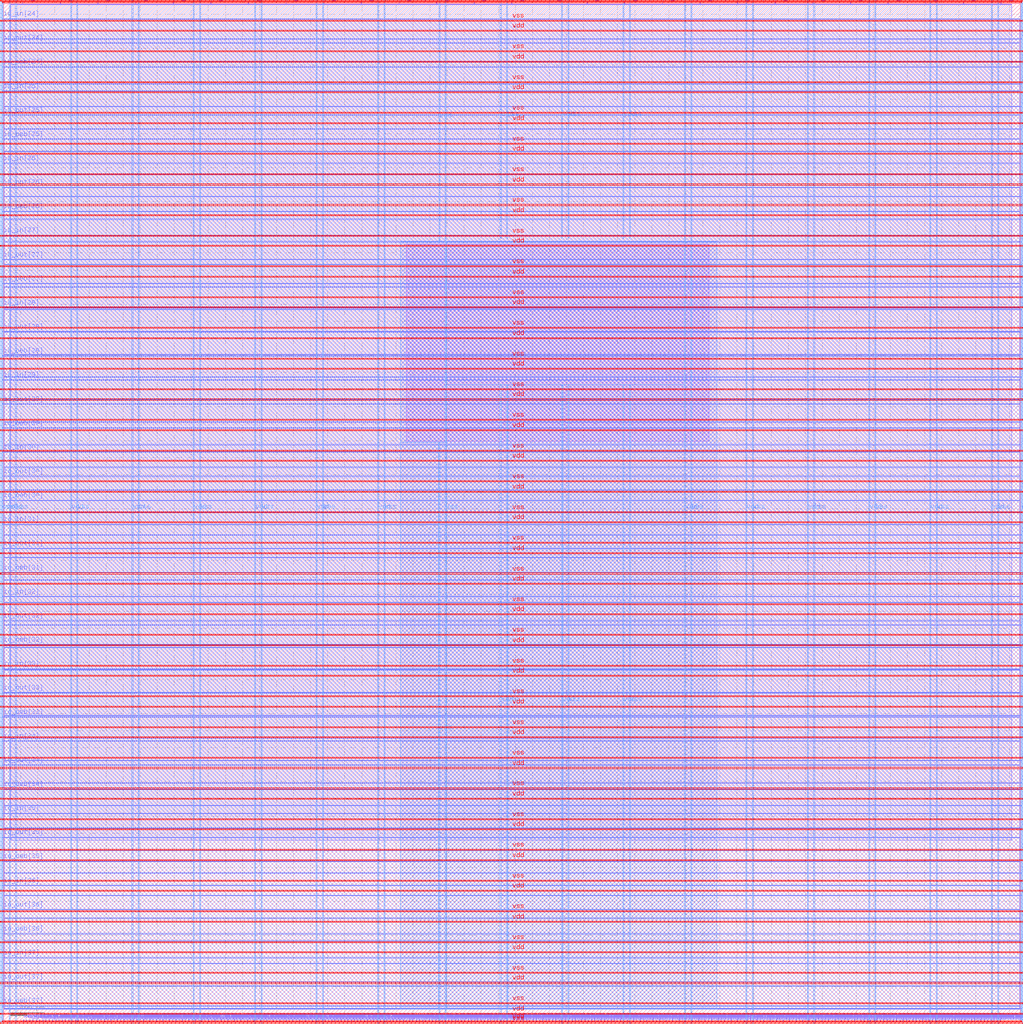
<source format=lef>
VERSION 5.7 ;
  NOWIREEXTENSIONATPIN ON ;
  DIVIDERCHAR "/" ;
  BUSBITCHARS "[]" ;
MACRO user_project_wrapper
  CLASS BLOCK ;
  FOREIGN user_project_wrapper ;
  ORIGIN 0.000 0.000 ;
  SIZE 2980.200 BY 2980.200 ;
  PIN io_in[0]
    DIRECTION INPUT ;
    USE SIGNAL ;
    PORT
      LAYER Metal3 ;
        RECT 2977.800 35.560 2985.000 36.680 ;
    END
  END io_in[0]
  PIN io_in[10]
    DIRECTION INPUT ;
    USE SIGNAL ;
    PORT
      LAYER Metal3 ;
        RECT 2977.800 2017.960 2985.000 2019.080 ;
    END
  END io_in[10]
  PIN io_in[11]
    DIRECTION INPUT ;
    USE SIGNAL ;
    PORT
      LAYER Metal3 ;
        RECT 2977.800 2216.200 2985.000 2217.320 ;
    END
  END io_in[11]
  PIN io_in[12]
    DIRECTION INPUT ;
    USE SIGNAL ;
    PORT
      LAYER Metal3 ;
        RECT 2977.800 2414.440 2985.000 2415.560 ;
    END
  END io_in[12]
  PIN io_in[13]
    DIRECTION INPUT ;
    USE SIGNAL ;
    PORT
      LAYER Metal3 ;
        RECT 2977.800 2612.680 2985.000 2613.800 ;
    END
  END io_in[13]
  PIN io_in[14]
    DIRECTION INPUT ;
    USE SIGNAL ;
    PORT
      LAYER Metal3 ;
        RECT 2977.800 2810.920 2985.000 2812.040 ;
    END
  END io_in[14]
  PIN io_in[15]
    DIRECTION INPUT ;
    USE SIGNAL ;
    PORT
      LAYER Metal2 ;
        RECT 2923.480 2977.800 2924.600 2985.000 ;
    END
  END io_in[15]
  PIN io_in[16]
    DIRECTION INPUT ;
    USE SIGNAL ;
    PORT
      LAYER Metal2 ;
        RECT 2592.520 2977.800 2593.640 2985.000 ;
    END
  END io_in[16]
  PIN io_in[17]
    DIRECTION INPUT ;
    USE SIGNAL ;
    PORT
      LAYER Metal2 ;
        RECT 2261.560 2977.800 2262.680 2985.000 ;
    END
  END io_in[17]
  PIN io_in[18]
    DIRECTION INPUT ;
    USE SIGNAL ;
    PORT
      LAYER Metal2 ;
        RECT 1930.600 2977.800 1931.720 2985.000 ;
    END
  END io_in[18]
  PIN io_in[19]
    DIRECTION INPUT ;
    USE SIGNAL ;
    PORT
      LAYER Metal2 ;
        RECT 1599.640 2977.800 1600.760 2985.000 ;
    END
  END io_in[19]
  PIN io_in[1]
    DIRECTION INPUT ;
    USE SIGNAL ;
    PORT
      LAYER Metal3 ;
        RECT 2977.800 233.800 2985.000 234.920 ;
    END
  END io_in[1]
  PIN io_in[20]
    DIRECTION INPUT ;
    USE SIGNAL ;
    PORT
      LAYER Metal2 ;
        RECT 1268.680 2977.800 1269.800 2985.000 ;
    END
  END io_in[20]
  PIN io_in[21]
    DIRECTION INPUT ;
    USE SIGNAL ;
    PORT
      LAYER Metal2 ;
        RECT 937.720 2977.800 938.840 2985.000 ;
    END
  END io_in[21]
  PIN io_in[22]
    DIRECTION INPUT ;
    USE SIGNAL ;
    PORT
      LAYER Metal2 ;
        RECT 606.760 2977.800 607.880 2985.000 ;
    END
  END io_in[22]
  PIN io_in[23]
    DIRECTION INPUT ;
    USE SIGNAL ;
    PORT
      LAYER Metal2 ;
        RECT 275.800 2977.800 276.920 2985.000 ;
    END
  END io_in[23]
  PIN io_in[24]
    DIRECTION INPUT ;
    USE SIGNAL ;
    PORT
      LAYER Metal3 ;
        RECT -4.800 2935.800 2.400 2936.920 ;
    END
  END io_in[24]
  PIN io_in[25]
    DIRECTION INPUT ;
    USE SIGNAL ;
    PORT
      LAYER Metal3 ;
        RECT -4.800 2724.120 2.400 2725.240 ;
    END
  END io_in[25]
  PIN io_in[26]
    DIRECTION INPUT ;
    USE SIGNAL ;
    PORT
      LAYER Metal3 ;
        RECT -4.800 2512.440 2.400 2513.560 ;
    END
  END io_in[26]
  PIN io_in[27]
    DIRECTION INPUT ;
    USE SIGNAL ;
    PORT
      LAYER Metal3 ;
        RECT -4.800 2300.760 2.400 2301.880 ;
    END
  END io_in[27]
  PIN io_in[28]
    DIRECTION INPUT ;
    USE SIGNAL ;
    PORT
      LAYER Metal3 ;
        RECT -4.800 2089.080 2.400 2090.200 ;
    END
  END io_in[28]
  PIN io_in[29]
    DIRECTION INPUT ;
    USE SIGNAL ;
    PORT
      LAYER Metal3 ;
        RECT -4.800 1877.400 2.400 1878.520 ;
    END
  END io_in[29]
  PIN io_in[2]
    DIRECTION INPUT ;
    USE SIGNAL ;
    PORT
      LAYER Metal3 ;
        RECT 2977.800 432.040 2985.000 433.160 ;
    END
  END io_in[2]
  PIN io_in[30]
    DIRECTION INPUT ;
    USE SIGNAL ;
    PORT
      LAYER Metal3 ;
        RECT -4.800 1665.720 2.400 1666.840 ;
    END
  END io_in[30]
  PIN io_in[31]
    DIRECTION INPUT ;
    USE SIGNAL ;
    PORT
      LAYER Metal3 ;
        RECT -4.800 1454.040 2.400 1455.160 ;
    END
  END io_in[31]
  PIN io_in[32]
    DIRECTION INPUT ;
    USE SIGNAL ;
    PORT
      LAYER Metal3 ;
        RECT -4.800 1242.360 2.400 1243.480 ;
    END
  END io_in[32]
  PIN io_in[33]
    DIRECTION INPUT ;
    USE SIGNAL ;
    PORT
      LAYER Metal3 ;
        RECT -4.800 1030.680 2.400 1031.800 ;
    END
  END io_in[33]
  PIN io_in[34]
    DIRECTION INPUT ;
    USE SIGNAL ;
    PORT
      LAYER Metal3 ;
        RECT -4.800 819.000 2.400 820.120 ;
    END
  END io_in[34]
  PIN io_in[35]
    DIRECTION INPUT ;
    USE SIGNAL ;
    PORT
      LAYER Metal3 ;
        RECT -4.800 607.320 2.400 608.440 ;
    END
  END io_in[35]
  PIN io_in[36]
    DIRECTION INPUT ;
    USE SIGNAL ;
    PORT
      LAYER Metal3 ;
        RECT -4.800 395.640 2.400 396.760 ;
    END
  END io_in[36]
  PIN io_in[37]
    DIRECTION INPUT ;
    USE SIGNAL ;
    PORT
      LAYER Metal3 ;
        RECT -4.800 183.960 2.400 185.080 ;
    END
  END io_in[37]
  PIN io_in[3]
    DIRECTION INPUT ;
    USE SIGNAL ;
    PORT
      LAYER Metal3 ;
        RECT 2977.800 630.280 2985.000 631.400 ;
    END
  END io_in[3]
  PIN io_in[4]
    DIRECTION INPUT ;
    USE SIGNAL ;
    PORT
      LAYER Metal3 ;
        RECT 2977.800 828.520 2985.000 829.640 ;
    END
  END io_in[4]
  PIN io_in[5]
    DIRECTION INPUT ;
    USE SIGNAL ;
    PORT
      LAYER Metal3 ;
        RECT 2977.800 1026.760 2985.000 1027.880 ;
    END
  END io_in[5]
  PIN io_in[6]
    DIRECTION INPUT ;
    USE SIGNAL ;
    PORT
      LAYER Metal3 ;
        RECT 2977.800 1225.000 2985.000 1226.120 ;
    END
  END io_in[6]
  PIN io_in[7]
    DIRECTION INPUT ;
    USE SIGNAL ;
    PORT
      LAYER Metal3 ;
        RECT 2977.800 1423.240 2985.000 1424.360 ;
    END
  END io_in[7]
  PIN io_in[8]
    DIRECTION INPUT ;
    USE SIGNAL ;
    PORT
      LAYER Metal3 ;
        RECT 2977.800 1621.480 2985.000 1622.600 ;
    END
  END io_in[8]
  PIN io_in[9]
    DIRECTION INPUT ;
    USE SIGNAL ;
    PORT
      LAYER Metal3 ;
        RECT 2977.800 1819.720 2985.000 1820.840 ;
    END
  END io_in[9]
  PIN io_oeb[0]
    DIRECTION OUTPUT TRISTATE ;
    USE SIGNAL ;
    PORT
      LAYER Metal3 ;
        RECT 2977.800 167.720 2985.000 168.840 ;
    END
  END io_oeb[0]
  PIN io_oeb[10]
    DIRECTION OUTPUT TRISTATE ;
    USE SIGNAL ;
    PORT
      LAYER Metal3 ;
        RECT 2977.800 2150.120 2985.000 2151.240 ;
    END
  END io_oeb[10]
  PIN io_oeb[11]
    DIRECTION OUTPUT TRISTATE ;
    USE SIGNAL ;
    PORT
      LAYER Metal3 ;
        RECT 2977.800 2348.360 2985.000 2349.480 ;
    END
  END io_oeb[11]
  PIN io_oeb[12]
    DIRECTION OUTPUT TRISTATE ;
    USE SIGNAL ;
    PORT
      LAYER Metal3 ;
        RECT 2977.800 2546.600 2985.000 2547.720 ;
    END
  END io_oeb[12]
  PIN io_oeb[13]
    DIRECTION OUTPUT TRISTATE ;
    USE SIGNAL ;
    PORT
      LAYER Metal3 ;
        RECT 2977.800 2744.840 2985.000 2745.960 ;
    END
  END io_oeb[13]
  PIN io_oeb[14]
    DIRECTION OUTPUT TRISTATE ;
    USE SIGNAL ;
    PORT
      LAYER Metal3 ;
        RECT 2977.800 2943.080 2985.000 2944.200 ;
    END
  END io_oeb[14]
  PIN io_oeb[15]
    DIRECTION OUTPUT TRISTATE ;
    USE SIGNAL ;
    PORT
      LAYER Metal2 ;
        RECT 2702.840 2977.800 2703.960 2985.000 ;
    END
  END io_oeb[15]
  PIN io_oeb[16]
    DIRECTION OUTPUT TRISTATE ;
    USE SIGNAL ;
    PORT
      LAYER Metal2 ;
        RECT 2371.880 2977.800 2373.000 2985.000 ;
    END
  END io_oeb[16]
  PIN io_oeb[17]
    DIRECTION OUTPUT TRISTATE ;
    USE SIGNAL ;
    PORT
      LAYER Metal2 ;
        RECT 2040.920 2977.800 2042.040 2985.000 ;
    END
  END io_oeb[17]
  PIN io_oeb[18]
    DIRECTION OUTPUT TRISTATE ;
    USE SIGNAL ;
    PORT
      LAYER Metal2 ;
        RECT 1709.960 2977.800 1711.080 2985.000 ;
    END
  END io_oeb[18]
  PIN io_oeb[19]
    DIRECTION OUTPUT TRISTATE ;
    USE SIGNAL ;
    PORT
      LAYER Metal2 ;
        RECT 1379.000 2977.800 1380.120 2985.000 ;
    END
  END io_oeb[19]
  PIN io_oeb[1]
    DIRECTION OUTPUT TRISTATE ;
    USE SIGNAL ;
    PORT
      LAYER Metal3 ;
        RECT 2977.800 365.960 2985.000 367.080 ;
    END
  END io_oeb[1]
  PIN io_oeb[20]
    DIRECTION OUTPUT TRISTATE ;
    USE SIGNAL ;
    PORT
      LAYER Metal2 ;
        RECT 1048.040 2977.800 1049.160 2985.000 ;
    END
  END io_oeb[20]
  PIN io_oeb[21]
    DIRECTION OUTPUT TRISTATE ;
    USE SIGNAL ;
    PORT
      LAYER Metal2 ;
        RECT 717.080 2977.800 718.200 2985.000 ;
    END
  END io_oeb[21]
  PIN io_oeb[22]
    DIRECTION OUTPUT TRISTATE ;
    USE SIGNAL ;
    PORT
      LAYER Metal2 ;
        RECT 386.120 2977.800 387.240 2985.000 ;
    END
  END io_oeb[22]
  PIN io_oeb[23]
    DIRECTION OUTPUT TRISTATE ;
    USE SIGNAL ;
    PORT
      LAYER Metal2 ;
        RECT 55.160 2977.800 56.280 2985.000 ;
    END
  END io_oeb[23]
  PIN io_oeb[24]
    DIRECTION OUTPUT TRISTATE ;
    USE SIGNAL ;
    PORT
      LAYER Metal3 ;
        RECT -4.800 2794.680 2.400 2795.800 ;
    END
  END io_oeb[24]
  PIN io_oeb[25]
    DIRECTION OUTPUT TRISTATE ;
    USE SIGNAL ;
    PORT
      LAYER Metal3 ;
        RECT -4.800 2583.000 2.400 2584.120 ;
    END
  END io_oeb[25]
  PIN io_oeb[26]
    DIRECTION OUTPUT TRISTATE ;
    USE SIGNAL ;
    PORT
      LAYER Metal3 ;
        RECT -4.800 2371.320 2.400 2372.440 ;
    END
  END io_oeb[26]
  PIN io_oeb[27]
    DIRECTION OUTPUT TRISTATE ;
    USE SIGNAL ;
    PORT
      LAYER Metal3 ;
        RECT -4.800 2159.640 2.400 2160.760 ;
    END
  END io_oeb[27]
  PIN io_oeb[28]
    DIRECTION OUTPUT TRISTATE ;
    USE SIGNAL ;
    PORT
      LAYER Metal3 ;
        RECT -4.800 1947.960 2.400 1949.080 ;
    END
  END io_oeb[28]
  PIN io_oeb[29]
    DIRECTION OUTPUT TRISTATE ;
    USE SIGNAL ;
    PORT
      LAYER Metal3 ;
        RECT -4.800 1736.280 2.400 1737.400 ;
    END
  END io_oeb[29]
  PIN io_oeb[2]
    DIRECTION OUTPUT TRISTATE ;
    USE SIGNAL ;
    PORT
      LAYER Metal3 ;
        RECT 2977.800 564.200 2985.000 565.320 ;
    END
  END io_oeb[2]
  PIN io_oeb[30]
    DIRECTION OUTPUT TRISTATE ;
    USE SIGNAL ;
    PORT
      LAYER Metal3 ;
        RECT -4.800 1524.600 2.400 1525.720 ;
    END
  END io_oeb[30]
  PIN io_oeb[31]
    DIRECTION OUTPUT TRISTATE ;
    USE SIGNAL ;
    PORT
      LAYER Metal3 ;
        RECT -4.800 1312.920 2.400 1314.040 ;
    END
  END io_oeb[31]
  PIN io_oeb[32]
    DIRECTION OUTPUT TRISTATE ;
    USE SIGNAL ;
    PORT
      LAYER Metal3 ;
        RECT -4.800 1101.240 2.400 1102.360 ;
    END
  END io_oeb[32]
  PIN io_oeb[33]
    DIRECTION OUTPUT TRISTATE ;
    USE SIGNAL ;
    PORT
      LAYER Metal3 ;
        RECT -4.800 889.560 2.400 890.680 ;
    END
  END io_oeb[33]
  PIN io_oeb[34]
    DIRECTION OUTPUT TRISTATE ;
    USE SIGNAL ;
    PORT
      LAYER Metal3 ;
        RECT -4.800 677.880 2.400 679.000 ;
    END
  END io_oeb[34]
  PIN io_oeb[35]
    DIRECTION OUTPUT TRISTATE ;
    USE SIGNAL ;
    PORT
      LAYER Metal3 ;
        RECT -4.800 466.200 2.400 467.320 ;
    END
  END io_oeb[35]
  PIN io_oeb[36]
    DIRECTION OUTPUT TRISTATE ;
    USE SIGNAL ;
    PORT
      LAYER Metal3 ;
        RECT -4.800 254.520 2.400 255.640 ;
    END
  END io_oeb[36]
  PIN io_oeb[37]
    DIRECTION OUTPUT TRISTATE ;
    USE SIGNAL ;
    PORT
      LAYER Metal3 ;
        RECT -4.800 42.840 2.400 43.960 ;
    END
  END io_oeb[37]
  PIN io_oeb[3]
    DIRECTION OUTPUT TRISTATE ;
    USE SIGNAL ;
    PORT
      LAYER Metal3 ;
        RECT 2977.800 762.440 2985.000 763.560 ;
    END
  END io_oeb[3]
  PIN io_oeb[4]
    DIRECTION OUTPUT TRISTATE ;
    USE SIGNAL ;
    PORT
      LAYER Metal3 ;
        RECT 2977.800 960.680 2985.000 961.800 ;
    END
  END io_oeb[4]
  PIN io_oeb[5]
    DIRECTION OUTPUT TRISTATE ;
    USE SIGNAL ;
    PORT
      LAYER Metal3 ;
        RECT 2977.800 1158.920 2985.000 1160.040 ;
    END
  END io_oeb[5]
  PIN io_oeb[6]
    DIRECTION OUTPUT TRISTATE ;
    USE SIGNAL ;
    PORT
      LAYER Metal3 ;
        RECT 2977.800 1357.160 2985.000 1358.280 ;
    END
  END io_oeb[6]
  PIN io_oeb[7]
    DIRECTION OUTPUT TRISTATE ;
    USE SIGNAL ;
    PORT
      LAYER Metal3 ;
        RECT 2977.800 1555.400 2985.000 1556.520 ;
    END
  END io_oeb[7]
  PIN io_oeb[8]
    DIRECTION OUTPUT TRISTATE ;
    USE SIGNAL ;
    PORT
      LAYER Metal3 ;
        RECT 2977.800 1753.640 2985.000 1754.760 ;
    END
  END io_oeb[8]
  PIN io_oeb[9]
    DIRECTION OUTPUT TRISTATE ;
    USE SIGNAL ;
    PORT
      LAYER Metal3 ;
        RECT 2977.800 1951.880 2985.000 1953.000 ;
    END
  END io_oeb[9]
  PIN io_out[0]
    DIRECTION OUTPUT TRISTATE ;
    USE SIGNAL ;
    PORT
      LAYER Metal3 ;
        RECT 2977.800 101.640 2985.000 102.760 ;
    END
  END io_out[0]
  PIN io_out[10]
    DIRECTION OUTPUT TRISTATE ;
    USE SIGNAL ;
    PORT
      LAYER Metal3 ;
        RECT 2977.800 2084.040 2985.000 2085.160 ;
    END
  END io_out[10]
  PIN io_out[11]
    DIRECTION OUTPUT TRISTATE ;
    USE SIGNAL ;
    PORT
      LAYER Metal3 ;
        RECT 2977.800 2282.280 2985.000 2283.400 ;
    END
  END io_out[11]
  PIN io_out[12]
    DIRECTION OUTPUT TRISTATE ;
    USE SIGNAL ;
    PORT
      LAYER Metal3 ;
        RECT 2977.800 2480.520 2985.000 2481.640 ;
    END
  END io_out[12]
  PIN io_out[13]
    DIRECTION OUTPUT TRISTATE ;
    USE SIGNAL ;
    PORT
      LAYER Metal3 ;
        RECT 2977.800 2678.760 2985.000 2679.880 ;
    END
  END io_out[13]
  PIN io_out[14]
    DIRECTION OUTPUT TRISTATE ;
    USE SIGNAL ;
    PORT
      LAYER Metal3 ;
        RECT 2977.800 2877.000 2985.000 2878.120 ;
    END
  END io_out[14]
  PIN io_out[15]
    DIRECTION OUTPUT TRISTATE ;
    USE SIGNAL ;
    PORT
      LAYER Metal2 ;
        RECT 2813.160 2977.800 2814.280 2985.000 ;
    END
  END io_out[15]
  PIN io_out[16]
    DIRECTION OUTPUT TRISTATE ;
    USE SIGNAL ;
    PORT
      LAYER Metal2 ;
        RECT 2482.200 2977.800 2483.320 2985.000 ;
    END
  END io_out[16]
  PIN io_out[17]
    DIRECTION OUTPUT TRISTATE ;
    USE SIGNAL ;
    PORT
      LAYER Metal2 ;
        RECT 2151.240 2977.800 2152.360 2985.000 ;
    END
  END io_out[17]
  PIN io_out[18]
    DIRECTION OUTPUT TRISTATE ;
    USE SIGNAL ;
    PORT
      LAYER Metal2 ;
        RECT 1820.280 2977.800 1821.400 2985.000 ;
    END
  END io_out[18]
  PIN io_out[19]
    DIRECTION OUTPUT TRISTATE ;
    USE SIGNAL ;
    PORT
      LAYER Metal2 ;
        RECT 1489.320 2977.800 1490.440 2985.000 ;
    END
  END io_out[19]
  PIN io_out[1]
    DIRECTION OUTPUT TRISTATE ;
    USE SIGNAL ;
    PORT
      LAYER Metal3 ;
        RECT 2977.800 299.880 2985.000 301.000 ;
    END
  END io_out[1]
  PIN io_out[20]
    DIRECTION OUTPUT TRISTATE ;
    USE SIGNAL ;
    PORT
      LAYER Metal2 ;
        RECT 1158.360 2977.800 1159.480 2985.000 ;
    END
  END io_out[20]
  PIN io_out[21]
    DIRECTION OUTPUT TRISTATE ;
    USE SIGNAL ;
    PORT
      LAYER Metal2 ;
        RECT 827.400 2977.800 828.520 2985.000 ;
    END
  END io_out[21]
  PIN io_out[22]
    DIRECTION OUTPUT TRISTATE ;
    USE SIGNAL ;
    PORT
      LAYER Metal2 ;
        RECT 496.440 2977.800 497.560 2985.000 ;
    END
  END io_out[22]
  PIN io_out[23]
    DIRECTION OUTPUT TRISTATE ;
    USE SIGNAL ;
    PORT
      LAYER Metal2 ;
        RECT 165.480 2977.800 166.600 2985.000 ;
    END
  END io_out[23]
  PIN io_out[24]
    DIRECTION OUTPUT TRISTATE ;
    USE SIGNAL ;
    PORT
      LAYER Metal3 ;
        RECT -4.800 2865.240 2.400 2866.360 ;
    END
  END io_out[24]
  PIN io_out[25]
    DIRECTION OUTPUT TRISTATE ;
    USE SIGNAL ;
    PORT
      LAYER Metal3 ;
        RECT -4.800 2653.560 2.400 2654.680 ;
    END
  END io_out[25]
  PIN io_out[26]
    DIRECTION OUTPUT TRISTATE ;
    USE SIGNAL ;
    PORT
      LAYER Metal3 ;
        RECT -4.800 2441.880 2.400 2443.000 ;
    END
  END io_out[26]
  PIN io_out[27]
    DIRECTION OUTPUT TRISTATE ;
    USE SIGNAL ;
    PORT
      LAYER Metal3 ;
        RECT -4.800 2230.200 2.400 2231.320 ;
    END
  END io_out[27]
  PIN io_out[28]
    DIRECTION OUTPUT TRISTATE ;
    USE SIGNAL ;
    PORT
      LAYER Metal3 ;
        RECT -4.800 2018.520 2.400 2019.640 ;
    END
  END io_out[28]
  PIN io_out[29]
    DIRECTION OUTPUT TRISTATE ;
    USE SIGNAL ;
    PORT
      LAYER Metal3 ;
        RECT -4.800 1806.840 2.400 1807.960 ;
    END
  END io_out[29]
  PIN io_out[2]
    DIRECTION OUTPUT TRISTATE ;
    USE SIGNAL ;
    PORT
      LAYER Metal3 ;
        RECT 2977.800 498.120 2985.000 499.240 ;
    END
  END io_out[2]
  PIN io_out[30]
    DIRECTION OUTPUT TRISTATE ;
    USE SIGNAL ;
    PORT
      LAYER Metal3 ;
        RECT -4.800 1595.160 2.400 1596.280 ;
    END
  END io_out[30]
  PIN io_out[31]
    DIRECTION OUTPUT TRISTATE ;
    USE SIGNAL ;
    PORT
      LAYER Metal3 ;
        RECT -4.800 1383.480 2.400 1384.600 ;
    END
  END io_out[31]
  PIN io_out[32]
    DIRECTION OUTPUT TRISTATE ;
    USE SIGNAL ;
    PORT
      LAYER Metal3 ;
        RECT -4.800 1171.800 2.400 1172.920 ;
    END
  END io_out[32]
  PIN io_out[33]
    DIRECTION OUTPUT TRISTATE ;
    USE SIGNAL ;
    PORT
      LAYER Metal3 ;
        RECT -4.800 960.120 2.400 961.240 ;
    END
  END io_out[33]
  PIN io_out[34]
    DIRECTION OUTPUT TRISTATE ;
    USE SIGNAL ;
    PORT
      LAYER Metal3 ;
        RECT -4.800 748.440 2.400 749.560 ;
    END
  END io_out[34]
  PIN io_out[35]
    DIRECTION OUTPUT TRISTATE ;
    USE SIGNAL ;
    PORT
      LAYER Metal3 ;
        RECT -4.800 536.760 2.400 537.880 ;
    END
  END io_out[35]
  PIN io_out[36]
    DIRECTION OUTPUT TRISTATE ;
    USE SIGNAL ;
    PORT
      LAYER Metal3 ;
        RECT -4.800 325.080 2.400 326.200 ;
    END
  END io_out[36]
  PIN io_out[37]
    DIRECTION OUTPUT TRISTATE ;
    USE SIGNAL ;
    PORT
      LAYER Metal3 ;
        RECT -4.800 113.400 2.400 114.520 ;
    END
  END io_out[37]
  PIN io_out[3]
    DIRECTION OUTPUT TRISTATE ;
    USE SIGNAL ;
    PORT
      LAYER Metal3 ;
        RECT 2977.800 696.360 2985.000 697.480 ;
    END
  END io_out[3]
  PIN io_out[4]
    DIRECTION OUTPUT TRISTATE ;
    USE SIGNAL ;
    PORT
      LAYER Metal3 ;
        RECT 2977.800 894.600 2985.000 895.720 ;
    END
  END io_out[4]
  PIN io_out[5]
    DIRECTION OUTPUT TRISTATE ;
    USE SIGNAL ;
    PORT
      LAYER Metal3 ;
        RECT 2977.800 1092.840 2985.000 1093.960 ;
    END
  END io_out[5]
  PIN io_out[6]
    DIRECTION OUTPUT TRISTATE ;
    USE SIGNAL ;
    PORT
      LAYER Metal3 ;
        RECT 2977.800 1291.080 2985.000 1292.200 ;
    END
  END io_out[6]
  PIN io_out[7]
    DIRECTION OUTPUT TRISTATE ;
    USE SIGNAL ;
    PORT
      LAYER Metal3 ;
        RECT 2977.800 1489.320 2985.000 1490.440 ;
    END
  END io_out[7]
  PIN io_out[8]
    DIRECTION OUTPUT TRISTATE ;
    USE SIGNAL ;
    PORT
      LAYER Metal3 ;
        RECT 2977.800 1687.560 2985.000 1688.680 ;
    END
  END io_out[8]
  PIN io_out[9]
    DIRECTION OUTPUT TRISTATE ;
    USE SIGNAL ;
    PORT
      LAYER Metal3 ;
        RECT 2977.800 1885.800 2985.000 1886.920 ;
    END
  END io_out[9]
  PIN la_data_in[0]
    DIRECTION INPUT ;
    USE SIGNAL ;
    PORT
      LAYER Metal2 ;
        RECT 1065.960 -4.800 1067.080 2.400 ;
    END
  END la_data_in[0]
  PIN la_data_in[10]
    DIRECTION INPUT ;
    USE SIGNAL ;
    PORT
      LAYER Metal2 ;
        RECT 1351.560 -4.800 1352.680 2.400 ;
    END
  END la_data_in[10]
  PIN la_data_in[11]
    DIRECTION INPUT ;
    USE SIGNAL ;
    PORT
      LAYER Metal2 ;
        RECT 1380.120 -4.800 1381.240 2.400 ;
    END
  END la_data_in[11]
  PIN la_data_in[12]
    DIRECTION INPUT ;
    USE SIGNAL ;
    PORT
      LAYER Metal2 ;
        RECT 1408.680 -4.800 1409.800 2.400 ;
    END
  END la_data_in[12]
  PIN la_data_in[13]
    DIRECTION INPUT ;
    USE SIGNAL ;
    PORT
      LAYER Metal2 ;
        RECT 1437.240 -4.800 1438.360 2.400 ;
    END
  END la_data_in[13]
  PIN la_data_in[14]
    DIRECTION INPUT ;
    USE SIGNAL ;
    PORT
      LAYER Metal2 ;
        RECT 1465.800 -4.800 1466.920 2.400 ;
    END
  END la_data_in[14]
  PIN la_data_in[15]
    DIRECTION INPUT ;
    USE SIGNAL ;
    PORT
      LAYER Metal2 ;
        RECT 1494.360 -4.800 1495.480 2.400 ;
    END
  END la_data_in[15]
  PIN la_data_in[16]
    DIRECTION INPUT ;
    USE SIGNAL ;
    PORT
      LAYER Metal2 ;
        RECT 1522.920 -4.800 1524.040 2.400 ;
    END
  END la_data_in[16]
  PIN la_data_in[17]
    DIRECTION INPUT ;
    USE SIGNAL ;
    PORT
      LAYER Metal2 ;
        RECT 1551.480 -4.800 1552.600 2.400 ;
    END
  END la_data_in[17]
  PIN la_data_in[18]
    DIRECTION INPUT ;
    USE SIGNAL ;
    PORT
      LAYER Metal2 ;
        RECT 1580.040 -4.800 1581.160 2.400 ;
    END
  END la_data_in[18]
  PIN la_data_in[19]
    DIRECTION INPUT ;
    USE SIGNAL ;
    PORT
      LAYER Metal2 ;
        RECT 1608.600 -4.800 1609.720 2.400 ;
    END
  END la_data_in[19]
  PIN la_data_in[1]
    DIRECTION INPUT ;
    USE SIGNAL ;
    PORT
      LAYER Metal2 ;
        RECT 1094.520 -4.800 1095.640 2.400 ;
    END
  END la_data_in[1]
  PIN la_data_in[20]
    DIRECTION INPUT ;
    USE SIGNAL ;
    PORT
      LAYER Metal2 ;
        RECT 1637.160 -4.800 1638.280 2.400 ;
    END
  END la_data_in[20]
  PIN la_data_in[21]
    DIRECTION INPUT ;
    USE SIGNAL ;
    PORT
      LAYER Metal2 ;
        RECT 1665.720 -4.800 1666.840 2.400 ;
    END
  END la_data_in[21]
  PIN la_data_in[22]
    DIRECTION INPUT ;
    USE SIGNAL ;
    PORT
      LAYER Metal2 ;
        RECT 1694.280 -4.800 1695.400 2.400 ;
    END
  END la_data_in[22]
  PIN la_data_in[23]
    DIRECTION INPUT ;
    USE SIGNAL ;
    PORT
      LAYER Metal2 ;
        RECT 1722.840 -4.800 1723.960 2.400 ;
    END
  END la_data_in[23]
  PIN la_data_in[24]
    DIRECTION INPUT ;
    USE SIGNAL ;
    PORT
      LAYER Metal2 ;
        RECT 1751.400 -4.800 1752.520 2.400 ;
    END
  END la_data_in[24]
  PIN la_data_in[25]
    DIRECTION INPUT ;
    USE SIGNAL ;
    PORT
      LAYER Metal2 ;
        RECT 1779.960 -4.800 1781.080 2.400 ;
    END
  END la_data_in[25]
  PIN la_data_in[26]
    DIRECTION INPUT ;
    USE SIGNAL ;
    PORT
      LAYER Metal2 ;
        RECT 1808.520 -4.800 1809.640 2.400 ;
    END
  END la_data_in[26]
  PIN la_data_in[27]
    DIRECTION INPUT ;
    USE SIGNAL ;
    PORT
      LAYER Metal2 ;
        RECT 1837.080 -4.800 1838.200 2.400 ;
    END
  END la_data_in[27]
  PIN la_data_in[28]
    DIRECTION INPUT ;
    USE SIGNAL ;
    PORT
      LAYER Metal2 ;
        RECT 1865.640 -4.800 1866.760 2.400 ;
    END
  END la_data_in[28]
  PIN la_data_in[29]
    DIRECTION INPUT ;
    USE SIGNAL ;
    PORT
      LAYER Metal2 ;
        RECT 1894.200 -4.800 1895.320 2.400 ;
    END
  END la_data_in[29]
  PIN la_data_in[2]
    DIRECTION INPUT ;
    USE SIGNAL ;
    PORT
      LAYER Metal2 ;
        RECT 1123.080 -4.800 1124.200 2.400 ;
    END
  END la_data_in[2]
  PIN la_data_in[30]
    DIRECTION INPUT ;
    USE SIGNAL ;
    PORT
      LAYER Metal2 ;
        RECT 1922.760 -4.800 1923.880 2.400 ;
    END
  END la_data_in[30]
  PIN la_data_in[31]
    DIRECTION INPUT ;
    USE SIGNAL ;
    PORT
      LAYER Metal2 ;
        RECT 1951.320 -4.800 1952.440 2.400 ;
    END
  END la_data_in[31]
  PIN la_data_in[32]
    DIRECTION INPUT ;
    USE SIGNAL ;
    PORT
      LAYER Metal2 ;
        RECT 1979.880 -4.800 1981.000 2.400 ;
    END
  END la_data_in[32]
  PIN la_data_in[33]
    DIRECTION INPUT ;
    USE SIGNAL ;
    PORT
      LAYER Metal2 ;
        RECT 2008.440 -4.800 2009.560 2.400 ;
    END
  END la_data_in[33]
  PIN la_data_in[34]
    DIRECTION INPUT ;
    USE SIGNAL ;
    PORT
      LAYER Metal2 ;
        RECT 2037.000 -4.800 2038.120 2.400 ;
    END
  END la_data_in[34]
  PIN la_data_in[35]
    DIRECTION INPUT ;
    USE SIGNAL ;
    PORT
      LAYER Metal2 ;
        RECT 2065.560 -4.800 2066.680 2.400 ;
    END
  END la_data_in[35]
  PIN la_data_in[36]
    DIRECTION INPUT ;
    USE SIGNAL ;
    PORT
      LAYER Metal2 ;
        RECT 2094.120 -4.800 2095.240 2.400 ;
    END
  END la_data_in[36]
  PIN la_data_in[37]
    DIRECTION INPUT ;
    USE SIGNAL ;
    PORT
      LAYER Metal2 ;
        RECT 2122.680 -4.800 2123.800 2.400 ;
    END
  END la_data_in[37]
  PIN la_data_in[38]
    DIRECTION INPUT ;
    USE SIGNAL ;
    PORT
      LAYER Metal2 ;
        RECT 2151.240 -4.800 2152.360 2.400 ;
    END
  END la_data_in[38]
  PIN la_data_in[39]
    DIRECTION INPUT ;
    USE SIGNAL ;
    PORT
      LAYER Metal2 ;
        RECT 2179.800 -4.800 2180.920 2.400 ;
    END
  END la_data_in[39]
  PIN la_data_in[3]
    DIRECTION INPUT ;
    USE SIGNAL ;
    PORT
      LAYER Metal2 ;
        RECT 1151.640 -4.800 1152.760 2.400 ;
    END
  END la_data_in[3]
  PIN la_data_in[40]
    DIRECTION INPUT ;
    USE SIGNAL ;
    PORT
      LAYER Metal2 ;
        RECT 2208.360 -4.800 2209.480 2.400 ;
    END
  END la_data_in[40]
  PIN la_data_in[41]
    DIRECTION INPUT ;
    USE SIGNAL ;
    PORT
      LAYER Metal2 ;
        RECT 2236.920 -4.800 2238.040 2.400 ;
    END
  END la_data_in[41]
  PIN la_data_in[42]
    DIRECTION INPUT ;
    USE SIGNAL ;
    PORT
      LAYER Metal2 ;
        RECT 2265.480 -4.800 2266.600 2.400 ;
    END
  END la_data_in[42]
  PIN la_data_in[43]
    DIRECTION INPUT ;
    USE SIGNAL ;
    PORT
      LAYER Metal2 ;
        RECT 2294.040 -4.800 2295.160 2.400 ;
    END
  END la_data_in[43]
  PIN la_data_in[44]
    DIRECTION INPUT ;
    USE SIGNAL ;
    PORT
      LAYER Metal2 ;
        RECT 2322.600 -4.800 2323.720 2.400 ;
    END
  END la_data_in[44]
  PIN la_data_in[45]
    DIRECTION INPUT ;
    USE SIGNAL ;
    PORT
      LAYER Metal2 ;
        RECT 2351.160 -4.800 2352.280 2.400 ;
    END
  END la_data_in[45]
  PIN la_data_in[46]
    DIRECTION INPUT ;
    USE SIGNAL ;
    PORT
      LAYER Metal2 ;
        RECT 2379.720 -4.800 2380.840 2.400 ;
    END
  END la_data_in[46]
  PIN la_data_in[47]
    DIRECTION INPUT ;
    USE SIGNAL ;
    PORT
      LAYER Metal2 ;
        RECT 2408.280 -4.800 2409.400 2.400 ;
    END
  END la_data_in[47]
  PIN la_data_in[48]
    DIRECTION INPUT ;
    USE SIGNAL ;
    PORT
      LAYER Metal2 ;
        RECT 2436.840 -4.800 2437.960 2.400 ;
    END
  END la_data_in[48]
  PIN la_data_in[49]
    DIRECTION INPUT ;
    USE SIGNAL ;
    PORT
      LAYER Metal2 ;
        RECT 2465.400 -4.800 2466.520 2.400 ;
    END
  END la_data_in[49]
  PIN la_data_in[4]
    DIRECTION INPUT ;
    USE SIGNAL ;
    PORT
      LAYER Metal2 ;
        RECT 1180.200 -4.800 1181.320 2.400 ;
    END
  END la_data_in[4]
  PIN la_data_in[50]
    DIRECTION INPUT ;
    USE SIGNAL ;
    PORT
      LAYER Metal2 ;
        RECT 2493.960 -4.800 2495.080 2.400 ;
    END
  END la_data_in[50]
  PIN la_data_in[51]
    DIRECTION INPUT ;
    USE SIGNAL ;
    PORT
      LAYER Metal2 ;
        RECT 2522.520 -4.800 2523.640 2.400 ;
    END
  END la_data_in[51]
  PIN la_data_in[52]
    DIRECTION INPUT ;
    USE SIGNAL ;
    PORT
      LAYER Metal2 ;
        RECT 2551.080 -4.800 2552.200 2.400 ;
    END
  END la_data_in[52]
  PIN la_data_in[53]
    DIRECTION INPUT ;
    USE SIGNAL ;
    PORT
      LAYER Metal2 ;
        RECT 2579.640 -4.800 2580.760 2.400 ;
    END
  END la_data_in[53]
  PIN la_data_in[54]
    DIRECTION INPUT ;
    USE SIGNAL ;
    PORT
      LAYER Metal2 ;
        RECT 2608.200 -4.800 2609.320 2.400 ;
    END
  END la_data_in[54]
  PIN la_data_in[55]
    DIRECTION INPUT ;
    USE SIGNAL ;
    PORT
      LAYER Metal2 ;
        RECT 2636.760 -4.800 2637.880 2.400 ;
    END
  END la_data_in[55]
  PIN la_data_in[56]
    DIRECTION INPUT ;
    USE SIGNAL ;
    PORT
      LAYER Metal2 ;
        RECT 2665.320 -4.800 2666.440 2.400 ;
    END
  END la_data_in[56]
  PIN la_data_in[57]
    DIRECTION INPUT ;
    USE SIGNAL ;
    PORT
      LAYER Metal2 ;
        RECT 2693.880 -4.800 2695.000 2.400 ;
    END
  END la_data_in[57]
  PIN la_data_in[58]
    DIRECTION INPUT ;
    USE SIGNAL ;
    PORT
      LAYER Metal2 ;
        RECT 2722.440 -4.800 2723.560 2.400 ;
    END
  END la_data_in[58]
  PIN la_data_in[59]
    DIRECTION INPUT ;
    USE SIGNAL ;
    PORT
      LAYER Metal2 ;
        RECT 2751.000 -4.800 2752.120 2.400 ;
    END
  END la_data_in[59]
  PIN la_data_in[5]
    DIRECTION INPUT ;
    USE SIGNAL ;
    PORT
      LAYER Metal2 ;
        RECT 1208.760 -4.800 1209.880 2.400 ;
    END
  END la_data_in[5]
  PIN la_data_in[60]
    DIRECTION INPUT ;
    USE SIGNAL ;
    PORT
      LAYER Metal2 ;
        RECT 2779.560 -4.800 2780.680 2.400 ;
    END
  END la_data_in[60]
  PIN la_data_in[61]
    DIRECTION INPUT ;
    USE SIGNAL ;
    PORT
      LAYER Metal2 ;
        RECT 2808.120 -4.800 2809.240 2.400 ;
    END
  END la_data_in[61]
  PIN la_data_in[62]
    DIRECTION INPUT ;
    USE SIGNAL ;
    PORT
      LAYER Metal2 ;
        RECT 2836.680 -4.800 2837.800 2.400 ;
    END
  END la_data_in[62]
  PIN la_data_in[63]
    DIRECTION INPUT ;
    USE SIGNAL ;
    PORT
      LAYER Metal2 ;
        RECT 2865.240 -4.800 2866.360 2.400 ;
    END
  END la_data_in[63]
  PIN la_data_in[6]
    DIRECTION INPUT ;
    USE SIGNAL ;
    PORT
      LAYER Metal2 ;
        RECT 1237.320 -4.800 1238.440 2.400 ;
    END
  END la_data_in[6]
  PIN la_data_in[7]
    DIRECTION INPUT ;
    USE SIGNAL ;
    PORT
      LAYER Metal2 ;
        RECT 1265.880 -4.800 1267.000 2.400 ;
    END
  END la_data_in[7]
  PIN la_data_in[8]
    DIRECTION INPUT ;
    USE SIGNAL ;
    PORT
      LAYER Metal2 ;
        RECT 1294.440 -4.800 1295.560 2.400 ;
    END
  END la_data_in[8]
  PIN la_data_in[9]
    DIRECTION INPUT ;
    USE SIGNAL ;
    PORT
      LAYER Metal2 ;
        RECT 1323.000 -4.800 1324.120 2.400 ;
    END
  END la_data_in[9]
  PIN la_data_out[0]
    DIRECTION OUTPUT TRISTATE ;
    USE SIGNAL ;
    PORT
      LAYER Metal2 ;
        RECT 1075.480 -4.800 1076.600 2.400 ;
    END
  END la_data_out[0]
  PIN la_data_out[10]
    DIRECTION OUTPUT TRISTATE ;
    USE SIGNAL ;
    PORT
      LAYER Metal2 ;
        RECT 1361.080 -4.800 1362.200 2.400 ;
    END
  END la_data_out[10]
  PIN la_data_out[11]
    DIRECTION OUTPUT TRISTATE ;
    USE SIGNAL ;
    PORT
      LAYER Metal2 ;
        RECT 1389.640 -4.800 1390.760 2.400 ;
    END
  END la_data_out[11]
  PIN la_data_out[12]
    DIRECTION OUTPUT TRISTATE ;
    USE SIGNAL ;
    PORT
      LAYER Metal2 ;
        RECT 1418.200 -4.800 1419.320 2.400 ;
    END
  END la_data_out[12]
  PIN la_data_out[13]
    DIRECTION OUTPUT TRISTATE ;
    USE SIGNAL ;
    PORT
      LAYER Metal2 ;
        RECT 1446.760 -4.800 1447.880 2.400 ;
    END
  END la_data_out[13]
  PIN la_data_out[14]
    DIRECTION OUTPUT TRISTATE ;
    USE SIGNAL ;
    PORT
      LAYER Metal2 ;
        RECT 1475.320 -4.800 1476.440 2.400 ;
    END
  END la_data_out[14]
  PIN la_data_out[15]
    DIRECTION OUTPUT TRISTATE ;
    USE SIGNAL ;
    PORT
      LAYER Metal2 ;
        RECT 1503.880 -4.800 1505.000 2.400 ;
    END
  END la_data_out[15]
  PIN la_data_out[16]
    DIRECTION OUTPUT TRISTATE ;
    USE SIGNAL ;
    PORT
      LAYER Metal2 ;
        RECT 1532.440 -4.800 1533.560 2.400 ;
    END
  END la_data_out[16]
  PIN la_data_out[17]
    DIRECTION OUTPUT TRISTATE ;
    USE SIGNAL ;
    PORT
      LAYER Metal2 ;
        RECT 1561.000 -4.800 1562.120 2.400 ;
    END
  END la_data_out[17]
  PIN la_data_out[18]
    DIRECTION OUTPUT TRISTATE ;
    USE SIGNAL ;
    PORT
      LAYER Metal2 ;
        RECT 1589.560 -4.800 1590.680 2.400 ;
    END
  END la_data_out[18]
  PIN la_data_out[19]
    DIRECTION OUTPUT TRISTATE ;
    USE SIGNAL ;
    PORT
      LAYER Metal2 ;
        RECT 1618.120 -4.800 1619.240 2.400 ;
    END
  END la_data_out[19]
  PIN la_data_out[1]
    DIRECTION OUTPUT TRISTATE ;
    USE SIGNAL ;
    PORT
      LAYER Metal2 ;
        RECT 1104.040 -4.800 1105.160 2.400 ;
    END
  END la_data_out[1]
  PIN la_data_out[20]
    DIRECTION OUTPUT TRISTATE ;
    USE SIGNAL ;
    PORT
      LAYER Metal2 ;
        RECT 1646.680 -4.800 1647.800 2.400 ;
    END
  END la_data_out[20]
  PIN la_data_out[21]
    DIRECTION OUTPUT TRISTATE ;
    USE SIGNAL ;
    PORT
      LAYER Metal2 ;
        RECT 1675.240 -4.800 1676.360 2.400 ;
    END
  END la_data_out[21]
  PIN la_data_out[22]
    DIRECTION OUTPUT TRISTATE ;
    USE SIGNAL ;
    PORT
      LAYER Metal2 ;
        RECT 1703.800 -4.800 1704.920 2.400 ;
    END
  END la_data_out[22]
  PIN la_data_out[23]
    DIRECTION OUTPUT TRISTATE ;
    USE SIGNAL ;
    PORT
      LAYER Metal2 ;
        RECT 1732.360 -4.800 1733.480 2.400 ;
    END
  END la_data_out[23]
  PIN la_data_out[24]
    DIRECTION OUTPUT TRISTATE ;
    USE SIGNAL ;
    PORT
      LAYER Metal2 ;
        RECT 1760.920 -4.800 1762.040 2.400 ;
    END
  END la_data_out[24]
  PIN la_data_out[25]
    DIRECTION OUTPUT TRISTATE ;
    USE SIGNAL ;
    PORT
      LAYER Metal2 ;
        RECT 1789.480 -4.800 1790.600 2.400 ;
    END
  END la_data_out[25]
  PIN la_data_out[26]
    DIRECTION OUTPUT TRISTATE ;
    USE SIGNAL ;
    PORT
      LAYER Metal2 ;
        RECT 1818.040 -4.800 1819.160 2.400 ;
    END
  END la_data_out[26]
  PIN la_data_out[27]
    DIRECTION OUTPUT TRISTATE ;
    USE SIGNAL ;
    PORT
      LAYER Metal2 ;
        RECT 1846.600 -4.800 1847.720 2.400 ;
    END
  END la_data_out[27]
  PIN la_data_out[28]
    DIRECTION OUTPUT TRISTATE ;
    USE SIGNAL ;
    PORT
      LAYER Metal2 ;
        RECT 1875.160 -4.800 1876.280 2.400 ;
    END
  END la_data_out[28]
  PIN la_data_out[29]
    DIRECTION OUTPUT TRISTATE ;
    USE SIGNAL ;
    PORT
      LAYER Metal2 ;
        RECT 1903.720 -4.800 1904.840 2.400 ;
    END
  END la_data_out[29]
  PIN la_data_out[2]
    DIRECTION OUTPUT TRISTATE ;
    USE SIGNAL ;
    PORT
      LAYER Metal2 ;
        RECT 1132.600 -4.800 1133.720 2.400 ;
    END
  END la_data_out[2]
  PIN la_data_out[30]
    DIRECTION OUTPUT TRISTATE ;
    USE SIGNAL ;
    PORT
      LAYER Metal2 ;
        RECT 1932.280 -4.800 1933.400 2.400 ;
    END
  END la_data_out[30]
  PIN la_data_out[31]
    DIRECTION OUTPUT TRISTATE ;
    USE SIGNAL ;
    PORT
      LAYER Metal2 ;
        RECT 1960.840 -4.800 1961.960 2.400 ;
    END
  END la_data_out[31]
  PIN la_data_out[32]
    DIRECTION OUTPUT TRISTATE ;
    USE SIGNAL ;
    PORT
      LAYER Metal2 ;
        RECT 1989.400 -4.800 1990.520 2.400 ;
    END
  END la_data_out[32]
  PIN la_data_out[33]
    DIRECTION OUTPUT TRISTATE ;
    USE SIGNAL ;
    PORT
      LAYER Metal2 ;
        RECT 2017.960 -4.800 2019.080 2.400 ;
    END
  END la_data_out[33]
  PIN la_data_out[34]
    DIRECTION OUTPUT TRISTATE ;
    USE SIGNAL ;
    PORT
      LAYER Metal2 ;
        RECT 2046.520 -4.800 2047.640 2.400 ;
    END
  END la_data_out[34]
  PIN la_data_out[35]
    DIRECTION OUTPUT TRISTATE ;
    USE SIGNAL ;
    PORT
      LAYER Metal2 ;
        RECT 2075.080 -4.800 2076.200 2.400 ;
    END
  END la_data_out[35]
  PIN la_data_out[36]
    DIRECTION OUTPUT TRISTATE ;
    USE SIGNAL ;
    PORT
      LAYER Metal2 ;
        RECT 2103.640 -4.800 2104.760 2.400 ;
    END
  END la_data_out[36]
  PIN la_data_out[37]
    DIRECTION OUTPUT TRISTATE ;
    USE SIGNAL ;
    PORT
      LAYER Metal2 ;
        RECT 2132.200 -4.800 2133.320 2.400 ;
    END
  END la_data_out[37]
  PIN la_data_out[38]
    DIRECTION OUTPUT TRISTATE ;
    USE SIGNAL ;
    PORT
      LAYER Metal2 ;
        RECT 2160.760 -4.800 2161.880 2.400 ;
    END
  END la_data_out[38]
  PIN la_data_out[39]
    DIRECTION OUTPUT TRISTATE ;
    USE SIGNAL ;
    PORT
      LAYER Metal2 ;
        RECT 2189.320 -4.800 2190.440 2.400 ;
    END
  END la_data_out[39]
  PIN la_data_out[3]
    DIRECTION OUTPUT TRISTATE ;
    USE SIGNAL ;
    PORT
      LAYER Metal2 ;
        RECT 1161.160 -4.800 1162.280 2.400 ;
    END
  END la_data_out[3]
  PIN la_data_out[40]
    DIRECTION OUTPUT TRISTATE ;
    USE SIGNAL ;
    PORT
      LAYER Metal2 ;
        RECT 2217.880 -4.800 2219.000 2.400 ;
    END
  END la_data_out[40]
  PIN la_data_out[41]
    DIRECTION OUTPUT TRISTATE ;
    USE SIGNAL ;
    PORT
      LAYER Metal2 ;
        RECT 2246.440 -4.800 2247.560 2.400 ;
    END
  END la_data_out[41]
  PIN la_data_out[42]
    DIRECTION OUTPUT TRISTATE ;
    USE SIGNAL ;
    PORT
      LAYER Metal2 ;
        RECT 2275.000 -4.800 2276.120 2.400 ;
    END
  END la_data_out[42]
  PIN la_data_out[43]
    DIRECTION OUTPUT TRISTATE ;
    USE SIGNAL ;
    PORT
      LAYER Metal2 ;
        RECT 2303.560 -4.800 2304.680 2.400 ;
    END
  END la_data_out[43]
  PIN la_data_out[44]
    DIRECTION OUTPUT TRISTATE ;
    USE SIGNAL ;
    PORT
      LAYER Metal2 ;
        RECT 2332.120 -4.800 2333.240 2.400 ;
    END
  END la_data_out[44]
  PIN la_data_out[45]
    DIRECTION OUTPUT TRISTATE ;
    USE SIGNAL ;
    PORT
      LAYER Metal2 ;
        RECT 2360.680 -4.800 2361.800 2.400 ;
    END
  END la_data_out[45]
  PIN la_data_out[46]
    DIRECTION OUTPUT TRISTATE ;
    USE SIGNAL ;
    PORT
      LAYER Metal2 ;
        RECT 2389.240 -4.800 2390.360 2.400 ;
    END
  END la_data_out[46]
  PIN la_data_out[47]
    DIRECTION OUTPUT TRISTATE ;
    USE SIGNAL ;
    PORT
      LAYER Metal2 ;
        RECT 2417.800 -4.800 2418.920 2.400 ;
    END
  END la_data_out[47]
  PIN la_data_out[48]
    DIRECTION OUTPUT TRISTATE ;
    USE SIGNAL ;
    PORT
      LAYER Metal2 ;
        RECT 2446.360 -4.800 2447.480 2.400 ;
    END
  END la_data_out[48]
  PIN la_data_out[49]
    DIRECTION OUTPUT TRISTATE ;
    USE SIGNAL ;
    PORT
      LAYER Metal2 ;
        RECT 2474.920 -4.800 2476.040 2.400 ;
    END
  END la_data_out[49]
  PIN la_data_out[4]
    DIRECTION OUTPUT TRISTATE ;
    USE SIGNAL ;
    PORT
      LAYER Metal2 ;
        RECT 1189.720 -4.800 1190.840 2.400 ;
    END
  END la_data_out[4]
  PIN la_data_out[50]
    DIRECTION OUTPUT TRISTATE ;
    USE SIGNAL ;
    PORT
      LAYER Metal2 ;
        RECT 2503.480 -4.800 2504.600 2.400 ;
    END
  END la_data_out[50]
  PIN la_data_out[51]
    DIRECTION OUTPUT TRISTATE ;
    USE SIGNAL ;
    PORT
      LAYER Metal2 ;
        RECT 2532.040 -4.800 2533.160 2.400 ;
    END
  END la_data_out[51]
  PIN la_data_out[52]
    DIRECTION OUTPUT TRISTATE ;
    USE SIGNAL ;
    PORT
      LAYER Metal2 ;
        RECT 2560.600 -4.800 2561.720 2.400 ;
    END
  END la_data_out[52]
  PIN la_data_out[53]
    DIRECTION OUTPUT TRISTATE ;
    USE SIGNAL ;
    PORT
      LAYER Metal2 ;
        RECT 2589.160 -4.800 2590.280 2.400 ;
    END
  END la_data_out[53]
  PIN la_data_out[54]
    DIRECTION OUTPUT TRISTATE ;
    USE SIGNAL ;
    PORT
      LAYER Metal2 ;
        RECT 2617.720 -4.800 2618.840 2.400 ;
    END
  END la_data_out[54]
  PIN la_data_out[55]
    DIRECTION OUTPUT TRISTATE ;
    USE SIGNAL ;
    PORT
      LAYER Metal2 ;
        RECT 2646.280 -4.800 2647.400 2.400 ;
    END
  END la_data_out[55]
  PIN la_data_out[56]
    DIRECTION OUTPUT TRISTATE ;
    USE SIGNAL ;
    PORT
      LAYER Metal2 ;
        RECT 2674.840 -4.800 2675.960 2.400 ;
    END
  END la_data_out[56]
  PIN la_data_out[57]
    DIRECTION OUTPUT TRISTATE ;
    USE SIGNAL ;
    PORT
      LAYER Metal2 ;
        RECT 2703.400 -4.800 2704.520 2.400 ;
    END
  END la_data_out[57]
  PIN la_data_out[58]
    DIRECTION OUTPUT TRISTATE ;
    USE SIGNAL ;
    PORT
      LAYER Metal2 ;
        RECT 2731.960 -4.800 2733.080 2.400 ;
    END
  END la_data_out[58]
  PIN la_data_out[59]
    DIRECTION OUTPUT TRISTATE ;
    USE SIGNAL ;
    PORT
      LAYER Metal2 ;
        RECT 2760.520 -4.800 2761.640 2.400 ;
    END
  END la_data_out[59]
  PIN la_data_out[5]
    DIRECTION OUTPUT TRISTATE ;
    USE SIGNAL ;
    PORT
      LAYER Metal2 ;
        RECT 1218.280 -4.800 1219.400 2.400 ;
    END
  END la_data_out[5]
  PIN la_data_out[60]
    DIRECTION OUTPUT TRISTATE ;
    USE SIGNAL ;
    PORT
      LAYER Metal2 ;
        RECT 2789.080 -4.800 2790.200 2.400 ;
    END
  END la_data_out[60]
  PIN la_data_out[61]
    DIRECTION OUTPUT TRISTATE ;
    USE SIGNAL ;
    PORT
      LAYER Metal2 ;
        RECT 2817.640 -4.800 2818.760 2.400 ;
    END
  END la_data_out[61]
  PIN la_data_out[62]
    DIRECTION OUTPUT TRISTATE ;
    USE SIGNAL ;
    PORT
      LAYER Metal2 ;
        RECT 2846.200 -4.800 2847.320 2.400 ;
    END
  END la_data_out[62]
  PIN la_data_out[63]
    DIRECTION OUTPUT TRISTATE ;
    USE SIGNAL ;
    PORT
      LAYER Metal2 ;
        RECT 2874.760 -4.800 2875.880 2.400 ;
    END
  END la_data_out[63]
  PIN la_data_out[6]
    DIRECTION OUTPUT TRISTATE ;
    USE SIGNAL ;
    PORT
      LAYER Metal2 ;
        RECT 1246.840 -4.800 1247.960 2.400 ;
    END
  END la_data_out[6]
  PIN la_data_out[7]
    DIRECTION OUTPUT TRISTATE ;
    USE SIGNAL ;
    PORT
      LAYER Metal2 ;
        RECT 1275.400 -4.800 1276.520 2.400 ;
    END
  END la_data_out[7]
  PIN la_data_out[8]
    DIRECTION OUTPUT TRISTATE ;
    USE SIGNAL ;
    PORT
      LAYER Metal2 ;
        RECT 1303.960 -4.800 1305.080 2.400 ;
    END
  END la_data_out[8]
  PIN la_data_out[9]
    DIRECTION OUTPUT TRISTATE ;
    USE SIGNAL ;
    PORT
      LAYER Metal2 ;
        RECT 1332.520 -4.800 1333.640 2.400 ;
    END
  END la_data_out[9]
  PIN la_oenb[0]
    DIRECTION INPUT ;
    USE SIGNAL ;
    PORT
      LAYER Metal2 ;
        RECT 1085.000 -4.800 1086.120 2.400 ;
    END
  END la_oenb[0]
  PIN la_oenb[10]
    DIRECTION INPUT ;
    USE SIGNAL ;
    PORT
      LAYER Metal2 ;
        RECT 1370.600 -4.800 1371.720 2.400 ;
    END
  END la_oenb[10]
  PIN la_oenb[11]
    DIRECTION INPUT ;
    USE SIGNAL ;
    PORT
      LAYER Metal2 ;
        RECT 1399.160 -4.800 1400.280 2.400 ;
    END
  END la_oenb[11]
  PIN la_oenb[12]
    DIRECTION INPUT ;
    USE SIGNAL ;
    PORT
      LAYER Metal2 ;
        RECT 1427.720 -4.800 1428.840 2.400 ;
    END
  END la_oenb[12]
  PIN la_oenb[13]
    DIRECTION INPUT ;
    USE SIGNAL ;
    PORT
      LAYER Metal2 ;
        RECT 1456.280 -4.800 1457.400 2.400 ;
    END
  END la_oenb[13]
  PIN la_oenb[14]
    DIRECTION INPUT ;
    USE SIGNAL ;
    PORT
      LAYER Metal2 ;
        RECT 1484.840 -4.800 1485.960 2.400 ;
    END
  END la_oenb[14]
  PIN la_oenb[15]
    DIRECTION INPUT ;
    USE SIGNAL ;
    PORT
      LAYER Metal2 ;
        RECT 1513.400 -4.800 1514.520 2.400 ;
    END
  END la_oenb[15]
  PIN la_oenb[16]
    DIRECTION INPUT ;
    USE SIGNAL ;
    PORT
      LAYER Metal2 ;
        RECT 1541.960 -4.800 1543.080 2.400 ;
    END
  END la_oenb[16]
  PIN la_oenb[17]
    DIRECTION INPUT ;
    USE SIGNAL ;
    PORT
      LAYER Metal2 ;
        RECT 1570.520 -4.800 1571.640 2.400 ;
    END
  END la_oenb[17]
  PIN la_oenb[18]
    DIRECTION INPUT ;
    USE SIGNAL ;
    PORT
      LAYER Metal2 ;
        RECT 1599.080 -4.800 1600.200 2.400 ;
    END
  END la_oenb[18]
  PIN la_oenb[19]
    DIRECTION INPUT ;
    USE SIGNAL ;
    PORT
      LAYER Metal2 ;
        RECT 1627.640 -4.800 1628.760 2.400 ;
    END
  END la_oenb[19]
  PIN la_oenb[1]
    DIRECTION INPUT ;
    USE SIGNAL ;
    PORT
      LAYER Metal2 ;
        RECT 1113.560 -4.800 1114.680 2.400 ;
    END
  END la_oenb[1]
  PIN la_oenb[20]
    DIRECTION INPUT ;
    USE SIGNAL ;
    PORT
      LAYER Metal2 ;
        RECT 1656.200 -4.800 1657.320 2.400 ;
    END
  END la_oenb[20]
  PIN la_oenb[21]
    DIRECTION INPUT ;
    USE SIGNAL ;
    PORT
      LAYER Metal2 ;
        RECT 1684.760 -4.800 1685.880 2.400 ;
    END
  END la_oenb[21]
  PIN la_oenb[22]
    DIRECTION INPUT ;
    USE SIGNAL ;
    PORT
      LAYER Metal2 ;
        RECT 1713.320 -4.800 1714.440 2.400 ;
    END
  END la_oenb[22]
  PIN la_oenb[23]
    DIRECTION INPUT ;
    USE SIGNAL ;
    PORT
      LAYER Metal2 ;
        RECT 1741.880 -4.800 1743.000 2.400 ;
    END
  END la_oenb[23]
  PIN la_oenb[24]
    DIRECTION INPUT ;
    USE SIGNAL ;
    PORT
      LAYER Metal2 ;
        RECT 1770.440 -4.800 1771.560 2.400 ;
    END
  END la_oenb[24]
  PIN la_oenb[25]
    DIRECTION INPUT ;
    USE SIGNAL ;
    PORT
      LAYER Metal2 ;
        RECT 1799.000 -4.800 1800.120 2.400 ;
    END
  END la_oenb[25]
  PIN la_oenb[26]
    DIRECTION INPUT ;
    USE SIGNAL ;
    PORT
      LAYER Metal2 ;
        RECT 1827.560 -4.800 1828.680 2.400 ;
    END
  END la_oenb[26]
  PIN la_oenb[27]
    DIRECTION INPUT ;
    USE SIGNAL ;
    PORT
      LAYER Metal2 ;
        RECT 1856.120 -4.800 1857.240 2.400 ;
    END
  END la_oenb[27]
  PIN la_oenb[28]
    DIRECTION INPUT ;
    USE SIGNAL ;
    PORT
      LAYER Metal2 ;
        RECT 1884.680 -4.800 1885.800 2.400 ;
    END
  END la_oenb[28]
  PIN la_oenb[29]
    DIRECTION INPUT ;
    USE SIGNAL ;
    PORT
      LAYER Metal2 ;
        RECT 1913.240 -4.800 1914.360 2.400 ;
    END
  END la_oenb[29]
  PIN la_oenb[2]
    DIRECTION INPUT ;
    USE SIGNAL ;
    PORT
      LAYER Metal2 ;
        RECT 1142.120 -4.800 1143.240 2.400 ;
    END
  END la_oenb[2]
  PIN la_oenb[30]
    DIRECTION INPUT ;
    USE SIGNAL ;
    PORT
      LAYER Metal2 ;
        RECT 1941.800 -4.800 1942.920 2.400 ;
    END
  END la_oenb[30]
  PIN la_oenb[31]
    DIRECTION INPUT ;
    USE SIGNAL ;
    PORT
      LAYER Metal2 ;
        RECT 1970.360 -4.800 1971.480 2.400 ;
    END
  END la_oenb[31]
  PIN la_oenb[32]
    DIRECTION INPUT ;
    USE SIGNAL ;
    PORT
      LAYER Metal2 ;
        RECT 1998.920 -4.800 2000.040 2.400 ;
    END
  END la_oenb[32]
  PIN la_oenb[33]
    DIRECTION INPUT ;
    USE SIGNAL ;
    PORT
      LAYER Metal2 ;
        RECT 2027.480 -4.800 2028.600 2.400 ;
    END
  END la_oenb[33]
  PIN la_oenb[34]
    DIRECTION INPUT ;
    USE SIGNAL ;
    PORT
      LAYER Metal2 ;
        RECT 2056.040 -4.800 2057.160 2.400 ;
    END
  END la_oenb[34]
  PIN la_oenb[35]
    DIRECTION INPUT ;
    USE SIGNAL ;
    PORT
      LAYER Metal2 ;
        RECT 2084.600 -4.800 2085.720 2.400 ;
    END
  END la_oenb[35]
  PIN la_oenb[36]
    DIRECTION INPUT ;
    USE SIGNAL ;
    PORT
      LAYER Metal2 ;
        RECT 2113.160 -4.800 2114.280 2.400 ;
    END
  END la_oenb[36]
  PIN la_oenb[37]
    DIRECTION INPUT ;
    USE SIGNAL ;
    PORT
      LAYER Metal2 ;
        RECT 2141.720 -4.800 2142.840 2.400 ;
    END
  END la_oenb[37]
  PIN la_oenb[38]
    DIRECTION INPUT ;
    USE SIGNAL ;
    PORT
      LAYER Metal2 ;
        RECT 2170.280 -4.800 2171.400 2.400 ;
    END
  END la_oenb[38]
  PIN la_oenb[39]
    DIRECTION INPUT ;
    USE SIGNAL ;
    PORT
      LAYER Metal2 ;
        RECT 2198.840 -4.800 2199.960 2.400 ;
    END
  END la_oenb[39]
  PIN la_oenb[3]
    DIRECTION INPUT ;
    USE SIGNAL ;
    PORT
      LAYER Metal2 ;
        RECT 1170.680 -4.800 1171.800 2.400 ;
    END
  END la_oenb[3]
  PIN la_oenb[40]
    DIRECTION INPUT ;
    USE SIGNAL ;
    PORT
      LAYER Metal2 ;
        RECT 2227.400 -4.800 2228.520 2.400 ;
    END
  END la_oenb[40]
  PIN la_oenb[41]
    DIRECTION INPUT ;
    USE SIGNAL ;
    PORT
      LAYER Metal2 ;
        RECT 2255.960 -4.800 2257.080 2.400 ;
    END
  END la_oenb[41]
  PIN la_oenb[42]
    DIRECTION INPUT ;
    USE SIGNAL ;
    PORT
      LAYER Metal2 ;
        RECT 2284.520 -4.800 2285.640 2.400 ;
    END
  END la_oenb[42]
  PIN la_oenb[43]
    DIRECTION INPUT ;
    USE SIGNAL ;
    PORT
      LAYER Metal2 ;
        RECT 2313.080 -4.800 2314.200 2.400 ;
    END
  END la_oenb[43]
  PIN la_oenb[44]
    DIRECTION INPUT ;
    USE SIGNAL ;
    PORT
      LAYER Metal2 ;
        RECT 2341.640 -4.800 2342.760 2.400 ;
    END
  END la_oenb[44]
  PIN la_oenb[45]
    DIRECTION INPUT ;
    USE SIGNAL ;
    PORT
      LAYER Metal2 ;
        RECT 2370.200 -4.800 2371.320 2.400 ;
    END
  END la_oenb[45]
  PIN la_oenb[46]
    DIRECTION INPUT ;
    USE SIGNAL ;
    PORT
      LAYER Metal2 ;
        RECT 2398.760 -4.800 2399.880 2.400 ;
    END
  END la_oenb[46]
  PIN la_oenb[47]
    DIRECTION INPUT ;
    USE SIGNAL ;
    PORT
      LAYER Metal2 ;
        RECT 2427.320 -4.800 2428.440 2.400 ;
    END
  END la_oenb[47]
  PIN la_oenb[48]
    DIRECTION INPUT ;
    USE SIGNAL ;
    PORT
      LAYER Metal2 ;
        RECT 2455.880 -4.800 2457.000 2.400 ;
    END
  END la_oenb[48]
  PIN la_oenb[49]
    DIRECTION INPUT ;
    USE SIGNAL ;
    PORT
      LAYER Metal2 ;
        RECT 2484.440 -4.800 2485.560 2.400 ;
    END
  END la_oenb[49]
  PIN la_oenb[4]
    DIRECTION INPUT ;
    USE SIGNAL ;
    PORT
      LAYER Metal2 ;
        RECT 1199.240 -4.800 1200.360 2.400 ;
    END
  END la_oenb[4]
  PIN la_oenb[50]
    DIRECTION INPUT ;
    USE SIGNAL ;
    PORT
      LAYER Metal2 ;
        RECT 2513.000 -4.800 2514.120 2.400 ;
    END
  END la_oenb[50]
  PIN la_oenb[51]
    DIRECTION INPUT ;
    USE SIGNAL ;
    PORT
      LAYER Metal2 ;
        RECT 2541.560 -4.800 2542.680 2.400 ;
    END
  END la_oenb[51]
  PIN la_oenb[52]
    DIRECTION INPUT ;
    USE SIGNAL ;
    PORT
      LAYER Metal2 ;
        RECT 2570.120 -4.800 2571.240 2.400 ;
    END
  END la_oenb[52]
  PIN la_oenb[53]
    DIRECTION INPUT ;
    USE SIGNAL ;
    PORT
      LAYER Metal2 ;
        RECT 2598.680 -4.800 2599.800 2.400 ;
    END
  END la_oenb[53]
  PIN la_oenb[54]
    DIRECTION INPUT ;
    USE SIGNAL ;
    PORT
      LAYER Metal2 ;
        RECT 2627.240 -4.800 2628.360 2.400 ;
    END
  END la_oenb[54]
  PIN la_oenb[55]
    DIRECTION INPUT ;
    USE SIGNAL ;
    PORT
      LAYER Metal2 ;
        RECT 2655.800 -4.800 2656.920 2.400 ;
    END
  END la_oenb[55]
  PIN la_oenb[56]
    DIRECTION INPUT ;
    USE SIGNAL ;
    PORT
      LAYER Metal2 ;
        RECT 2684.360 -4.800 2685.480 2.400 ;
    END
  END la_oenb[56]
  PIN la_oenb[57]
    DIRECTION INPUT ;
    USE SIGNAL ;
    PORT
      LAYER Metal2 ;
        RECT 2712.920 -4.800 2714.040 2.400 ;
    END
  END la_oenb[57]
  PIN la_oenb[58]
    DIRECTION INPUT ;
    USE SIGNAL ;
    PORT
      LAYER Metal2 ;
        RECT 2741.480 -4.800 2742.600 2.400 ;
    END
  END la_oenb[58]
  PIN la_oenb[59]
    DIRECTION INPUT ;
    USE SIGNAL ;
    PORT
      LAYER Metal2 ;
        RECT 2770.040 -4.800 2771.160 2.400 ;
    END
  END la_oenb[59]
  PIN la_oenb[5]
    DIRECTION INPUT ;
    USE SIGNAL ;
    PORT
      LAYER Metal2 ;
        RECT 1227.800 -4.800 1228.920 2.400 ;
    END
  END la_oenb[5]
  PIN la_oenb[60]
    DIRECTION INPUT ;
    USE SIGNAL ;
    PORT
      LAYER Metal2 ;
        RECT 2798.600 -4.800 2799.720 2.400 ;
    END
  END la_oenb[60]
  PIN la_oenb[61]
    DIRECTION INPUT ;
    USE SIGNAL ;
    PORT
      LAYER Metal2 ;
        RECT 2827.160 -4.800 2828.280 2.400 ;
    END
  END la_oenb[61]
  PIN la_oenb[62]
    DIRECTION INPUT ;
    USE SIGNAL ;
    PORT
      LAYER Metal2 ;
        RECT 2855.720 -4.800 2856.840 2.400 ;
    END
  END la_oenb[62]
  PIN la_oenb[63]
    DIRECTION INPUT ;
    USE SIGNAL ;
    PORT
      LAYER Metal2 ;
        RECT 2884.280 -4.800 2885.400 2.400 ;
    END
  END la_oenb[63]
  PIN la_oenb[6]
    DIRECTION INPUT ;
    USE SIGNAL ;
    PORT
      LAYER Metal2 ;
        RECT 1256.360 -4.800 1257.480 2.400 ;
    END
  END la_oenb[6]
  PIN la_oenb[7]
    DIRECTION INPUT ;
    USE SIGNAL ;
    PORT
      LAYER Metal2 ;
        RECT 1284.920 -4.800 1286.040 2.400 ;
    END
  END la_oenb[7]
  PIN la_oenb[8]
    DIRECTION INPUT ;
    USE SIGNAL ;
    PORT
      LAYER Metal2 ;
        RECT 1313.480 -4.800 1314.600 2.400 ;
    END
  END la_oenb[8]
  PIN la_oenb[9]
    DIRECTION INPUT ;
    USE SIGNAL ;
    PORT
      LAYER Metal2 ;
        RECT 1342.040 -4.800 1343.160 2.400 ;
    END
  END la_oenb[9]
  PIN user_clock2
    DIRECTION INPUT ;
    USE SIGNAL ;
    PORT
      LAYER Metal2 ;
        RECT 2893.800 -4.800 2894.920 2.400 ;
    END
  END user_clock2
  PIN user_irq[0]
    DIRECTION OUTPUT TRISTATE ;
    USE SIGNAL ;
    PORT
      LAYER Metal2 ;
        RECT 2903.320 -4.800 2904.440 2.400 ;
    END
  END user_irq[0]
  PIN user_irq[1]
    DIRECTION OUTPUT TRISTATE ;
    USE SIGNAL ;
    PORT
      LAYER Metal2 ;
        RECT 2912.840 -4.800 2913.960 2.400 ;
    END
  END user_irq[1]
  PIN user_irq[2]
    DIRECTION OUTPUT TRISTATE ;
    USE SIGNAL ;
    PORT
      LAYER Metal2 ;
        RECT 2922.360 -4.800 2923.480 2.400 ;
    END
  END user_irq[2]
  PIN vdd
    DIRECTION INOUT ;
    USE POWER ;
    PORT
      LAYER Metal4 ;
        RECT -4.780 -3.420 -1.680 2986.540 ;
    END
    PORT
      LAYER Metal5 ;
        RECT -4.780 -3.420 2985.100 -0.320 ;
    END
    PORT
      LAYER Metal5 ;
        RECT -4.780 2983.440 2985.100 2986.540 ;
    END
    PORT
      LAYER Metal4 ;
        RECT 2982.000 -3.420 2985.100 2986.540 ;
    END
    PORT
      LAYER Metal4 ;
        RECT 15.770 -8.220 18.870 2991.340 ;
    END
    PORT
      LAYER Metal4 ;
        RECT 195.770 -8.220 198.870 2991.340 ;
    END
    PORT
      LAYER Metal4 ;
        RECT 375.770 -8.220 378.870 2991.340 ;
    END
    PORT
      LAYER Metal4 ;
        RECT 555.770 -8.220 558.870 2991.340 ;
    END
    PORT
      LAYER Metal4 ;
        RECT 735.770 -8.220 738.870 2991.340 ;
    END
    PORT
      LAYER Metal4 ;
        RECT 915.770 -8.220 918.870 2991.340 ;
    END
    PORT
      LAYER Metal4 ;
        RECT 1095.770 -8.220 1098.870 2991.340 ;
    END
    PORT
      LAYER Metal4 ;
        RECT 1275.770 -8.220 1278.870 1695.100 ;
    END
    PORT
      LAYER Metal4 ;
        RECT 1275.770 2284.660 1278.870 2991.340 ;
    END
    PORT
      LAYER Metal4 ;
        RECT 1455.770 -8.220 1458.870 1862.930 ;
    END
    PORT
      LAYER Metal4 ;
        RECT 1455.770 2292.670 1458.870 2991.340 ;
    END
    PORT
      LAYER Metal4 ;
        RECT 1635.770 -8.220 1638.870 1862.930 ;
    END
    PORT
      LAYER Metal4 ;
        RECT 1635.770 2292.670 1638.870 2991.340 ;
    END
    PORT
      LAYER Metal4 ;
        RECT 1815.770 -8.220 1818.870 1862.930 ;
    END
    PORT
      LAYER Metal4 ;
        RECT 1815.770 2292.670 1818.870 2991.340 ;
    END
    PORT
      LAYER Metal4 ;
        RECT 1995.770 -8.220 1998.870 2991.340 ;
    END
    PORT
      LAYER Metal4 ;
        RECT 2175.770 -8.220 2178.870 2991.340 ;
    END
    PORT
      LAYER Metal4 ;
        RECT 2355.770 -8.220 2358.870 2991.340 ;
    END
    PORT
      LAYER Metal4 ;
        RECT 2535.770 -8.220 2538.870 2991.340 ;
    END
    PORT
      LAYER Metal4 ;
        RECT 2715.770 -8.220 2718.870 2991.340 ;
    END
    PORT
      LAYER Metal4 ;
        RECT 2895.770 -8.220 2898.870 2991.340 ;
    END
    PORT
      LAYER Metal5 ;
        RECT -9.580 19.130 2989.900 22.230 ;
    END
    PORT
      LAYER Metal5 ;
        RECT -9.580 109.130 2989.900 112.230 ;
    END
    PORT
      LAYER Metal5 ;
        RECT -9.580 199.130 2989.900 202.230 ;
    END
    PORT
      LAYER Metal5 ;
        RECT -9.580 289.130 2989.900 292.230 ;
    END
    PORT
      LAYER Metal5 ;
        RECT -9.580 379.130 2989.900 382.230 ;
    END
    PORT
      LAYER Metal5 ;
        RECT -9.580 469.130 2989.900 472.230 ;
    END
    PORT
      LAYER Metal5 ;
        RECT -9.580 559.130 2989.900 562.230 ;
    END
    PORT
      LAYER Metal5 ;
        RECT -9.580 649.130 2989.900 652.230 ;
    END
    PORT
      LAYER Metal5 ;
        RECT -9.580 739.130 2989.900 742.230 ;
    END
    PORT
      LAYER Metal5 ;
        RECT -9.580 829.130 2989.900 832.230 ;
    END
    PORT
      LAYER Metal5 ;
        RECT -9.580 919.130 2989.900 922.230 ;
    END
    PORT
      LAYER Metal5 ;
        RECT -9.580 1009.130 2989.900 1012.230 ;
    END
    PORT
      LAYER Metal5 ;
        RECT -9.580 1099.130 2989.900 1102.230 ;
    END
    PORT
      LAYER Metal5 ;
        RECT -9.580 1189.130 2989.900 1192.230 ;
    END
    PORT
      LAYER Metal5 ;
        RECT -9.580 1279.130 2989.900 1282.230 ;
    END
    PORT
      LAYER Metal5 ;
        RECT -9.580 1369.130 2989.900 1372.230 ;
    END
    PORT
      LAYER Metal5 ;
        RECT -9.580 1459.130 2989.900 1462.230 ;
    END
    PORT
      LAYER Metal5 ;
        RECT -9.580 1549.130 2989.900 1552.230 ;
    END
    PORT
      LAYER Metal5 ;
        RECT -9.580 1639.130 2989.900 1642.230 ;
    END
    PORT
      LAYER Metal5 ;
        RECT -9.580 1729.130 2989.900 1732.230 ;
    END
    PORT
      LAYER Metal5 ;
        RECT -9.580 1819.130 2989.900 1822.230 ;
    END
    PORT
      LAYER Metal5 ;
        RECT -9.580 1909.130 2989.900 1912.230 ;
    END
    PORT
      LAYER Metal5 ;
        RECT -9.580 1999.130 2989.900 2002.230 ;
    END
    PORT
      LAYER Metal5 ;
        RECT -9.580 2089.130 2989.900 2092.230 ;
    END
    PORT
      LAYER Metal5 ;
        RECT -9.580 2179.130 2989.900 2182.230 ;
    END
    PORT
      LAYER Metal5 ;
        RECT -9.580 2269.130 2989.900 2272.230 ;
    END
    PORT
      LAYER Metal5 ;
        RECT -9.580 2359.130 2989.900 2362.230 ;
    END
    PORT
      LAYER Metal5 ;
        RECT -9.580 2449.130 2989.900 2452.230 ;
    END
    PORT
      LAYER Metal5 ;
        RECT -9.580 2539.130 2989.900 2542.230 ;
    END
    PORT
      LAYER Metal5 ;
        RECT -9.580 2629.130 2989.900 2632.230 ;
    END
    PORT
      LAYER Metal5 ;
        RECT -9.580 2719.130 2989.900 2722.230 ;
    END
    PORT
      LAYER Metal5 ;
        RECT -9.580 2809.130 2989.900 2812.230 ;
    END
    PORT
      LAYER Metal5 ;
        RECT -9.580 2899.130 2989.900 2902.230 ;
    END
  END vdd
  PIN vss
    DIRECTION INOUT ;
    USE GROUND ;
    PORT
      LAYER Metal4 ;
        RECT -9.580 -8.220 -6.480 2991.340 ;
    END
    PORT
      LAYER Metal5 ;
        RECT -9.580 -8.220 2989.900 -5.120 ;
    END
    PORT
      LAYER Metal5 ;
        RECT -9.580 2988.240 2989.900 2991.340 ;
    END
    PORT
      LAYER Metal4 ;
        RECT 2986.800 -8.220 2989.900 2991.340 ;
    END
    PORT
      LAYER Metal4 ;
        RECT 34.370 -8.220 37.470 2991.340 ;
    END
    PORT
      LAYER Metal4 ;
        RECT 214.370 -8.220 217.470 2991.340 ;
    END
    PORT
      LAYER Metal4 ;
        RECT 394.370 -8.220 397.470 2991.340 ;
    END
    PORT
      LAYER Metal4 ;
        RECT 574.370 -8.220 577.470 2991.340 ;
    END
    PORT
      LAYER Metal4 ;
        RECT 754.370 -8.220 757.470 2991.340 ;
    END
    PORT
      LAYER Metal4 ;
        RECT 934.370 -8.220 937.470 2991.340 ;
    END
    PORT
      LAYER Metal4 ;
        RECT 1114.370 -8.220 1117.470 2991.340 ;
    END
    PORT
      LAYER Metal4 ;
        RECT 1294.370 -8.220 1297.470 2991.340 ;
    END
    PORT
      LAYER Metal4 ;
        RECT 1474.370 -8.220 1477.470 1862.930 ;
    END
    PORT
      LAYER Metal4 ;
        RECT 1474.370 2292.670 1477.470 2991.340 ;
    END
    PORT
      LAYER Metal4 ;
        RECT 1654.370 -8.220 1657.470 1862.930 ;
    END
    PORT
      LAYER Metal4 ;
        RECT 1654.370 2292.670 1657.470 2991.340 ;
    END
    PORT
      LAYER Metal4 ;
        RECT 1834.370 -8.220 1837.470 1862.930 ;
    END
    PORT
      LAYER Metal4 ;
        RECT 1834.370 2292.670 1837.470 2991.340 ;
    END
    PORT
      LAYER Metal4 ;
        RECT 2014.370 -8.220 2017.470 2991.340 ;
    END
    PORT
      LAYER Metal4 ;
        RECT 2194.370 -8.220 2197.470 2991.340 ;
    END
    PORT
      LAYER Metal4 ;
        RECT 2374.370 -8.220 2377.470 2991.340 ;
    END
    PORT
      LAYER Metal4 ;
        RECT 2554.370 -8.220 2557.470 2991.340 ;
    END
    PORT
      LAYER Metal4 ;
        RECT 2734.370 -8.220 2737.470 2991.340 ;
    END
    PORT
      LAYER Metal4 ;
        RECT 2914.370 -8.220 2917.470 2991.340 ;
    END
    PORT
      LAYER Metal5 ;
        RECT -9.580 49.130 2989.900 52.230 ;
    END
    PORT
      LAYER Metal5 ;
        RECT -9.580 139.130 2989.900 142.230 ;
    END
    PORT
      LAYER Metal5 ;
        RECT -9.580 229.130 2989.900 232.230 ;
    END
    PORT
      LAYER Metal5 ;
        RECT -9.580 319.130 2989.900 322.230 ;
    END
    PORT
      LAYER Metal5 ;
        RECT -9.580 409.130 2989.900 412.230 ;
    END
    PORT
      LAYER Metal5 ;
        RECT -9.580 499.130 2989.900 502.230 ;
    END
    PORT
      LAYER Metal5 ;
        RECT -9.580 589.130 2989.900 592.230 ;
    END
    PORT
      LAYER Metal5 ;
        RECT -9.580 679.130 2989.900 682.230 ;
    END
    PORT
      LAYER Metal5 ;
        RECT -9.580 769.130 2989.900 772.230 ;
    END
    PORT
      LAYER Metal5 ;
        RECT -9.580 859.130 2989.900 862.230 ;
    END
    PORT
      LAYER Metal5 ;
        RECT -9.580 949.130 2989.900 952.230 ;
    END
    PORT
      LAYER Metal5 ;
        RECT -9.580 1039.130 2989.900 1042.230 ;
    END
    PORT
      LAYER Metal5 ;
        RECT -9.580 1129.130 2989.900 1132.230 ;
    END
    PORT
      LAYER Metal5 ;
        RECT -9.580 1219.130 2989.900 1222.230 ;
    END
    PORT
      LAYER Metal5 ;
        RECT -9.580 1309.130 2989.900 1312.230 ;
    END
    PORT
      LAYER Metal5 ;
        RECT -9.580 1399.130 2989.900 1402.230 ;
    END
    PORT
      LAYER Metal5 ;
        RECT -9.580 1489.130 2989.900 1492.230 ;
    END
    PORT
      LAYER Metal5 ;
        RECT -9.580 1579.130 2989.900 1582.230 ;
    END
    PORT
      LAYER Metal5 ;
        RECT -9.580 1669.130 2989.900 1672.230 ;
    END
    PORT
      LAYER Metal5 ;
        RECT -9.580 1759.130 2989.900 1762.230 ;
    END
    PORT
      LAYER Metal5 ;
        RECT -9.580 1849.130 2989.900 1852.230 ;
    END
    PORT
      LAYER Metal5 ;
        RECT -9.580 1939.130 2989.900 1942.230 ;
    END
    PORT
      LAYER Metal5 ;
        RECT -9.580 2029.130 2989.900 2032.230 ;
    END
    PORT
      LAYER Metal5 ;
        RECT -9.580 2119.130 2989.900 2122.230 ;
    END
    PORT
      LAYER Metal5 ;
        RECT -9.580 2209.130 2989.900 2212.230 ;
    END
    PORT
      LAYER Metal5 ;
        RECT -9.580 2299.130 2989.900 2302.230 ;
    END
    PORT
      LAYER Metal5 ;
        RECT -9.580 2389.130 2989.900 2392.230 ;
    END
    PORT
      LAYER Metal5 ;
        RECT -9.580 2479.130 2989.900 2482.230 ;
    END
    PORT
      LAYER Metal5 ;
        RECT -9.580 2569.130 2989.900 2572.230 ;
    END
    PORT
      LAYER Metal5 ;
        RECT -9.580 2659.130 2989.900 2662.230 ;
    END
    PORT
      LAYER Metal5 ;
        RECT -9.580 2749.130 2989.900 2752.230 ;
    END
    PORT
      LAYER Metal5 ;
        RECT -9.580 2839.130 2989.900 2842.230 ;
    END
    PORT
      LAYER Metal5 ;
        RECT -9.580 2929.130 2989.900 2932.230 ;
    END
  END vss
  PIN wb_clk_i
    DIRECTION INPUT ;
    USE SIGNAL ;
    PORT
      LAYER Metal2 ;
        RECT 56.840 -4.800 57.960 2.400 ;
    END
  END wb_clk_i
  PIN wb_rst_i
    DIRECTION INPUT ;
    USE SIGNAL ;
    PORT
      LAYER Metal2 ;
        RECT 66.360 -4.800 67.480 2.400 ;
    END
  END wb_rst_i
  PIN wbs_ack_o
    DIRECTION OUTPUT TRISTATE ;
    USE SIGNAL ;
    PORT
      LAYER Metal2 ;
        RECT 75.880 -4.800 77.000 2.400 ;
    END
  END wbs_ack_o
  PIN wbs_adr_i[0]
    DIRECTION INPUT ;
    USE SIGNAL ;
    PORT
      LAYER Metal2 ;
        RECT 113.960 -4.800 115.080 2.400 ;
    END
  END wbs_adr_i[0]
  PIN wbs_adr_i[10]
    DIRECTION INPUT ;
    USE SIGNAL ;
    PORT
      LAYER Metal2 ;
        RECT 437.640 -4.800 438.760 2.400 ;
    END
  END wbs_adr_i[10]
  PIN wbs_adr_i[11]
    DIRECTION INPUT ;
    USE SIGNAL ;
    PORT
      LAYER Metal2 ;
        RECT 466.200 -4.800 467.320 2.400 ;
    END
  END wbs_adr_i[11]
  PIN wbs_adr_i[12]
    DIRECTION INPUT ;
    USE SIGNAL ;
    PORT
      LAYER Metal2 ;
        RECT 494.760 -4.800 495.880 2.400 ;
    END
  END wbs_adr_i[12]
  PIN wbs_adr_i[13]
    DIRECTION INPUT ;
    USE SIGNAL ;
    PORT
      LAYER Metal2 ;
        RECT 523.320 -4.800 524.440 2.400 ;
    END
  END wbs_adr_i[13]
  PIN wbs_adr_i[14]
    DIRECTION INPUT ;
    USE SIGNAL ;
    PORT
      LAYER Metal2 ;
        RECT 551.880 -4.800 553.000 2.400 ;
    END
  END wbs_adr_i[14]
  PIN wbs_adr_i[15]
    DIRECTION INPUT ;
    USE SIGNAL ;
    PORT
      LAYER Metal2 ;
        RECT 580.440 -4.800 581.560 2.400 ;
    END
  END wbs_adr_i[15]
  PIN wbs_adr_i[16]
    DIRECTION INPUT ;
    USE SIGNAL ;
    PORT
      LAYER Metal2 ;
        RECT 609.000 -4.800 610.120 2.400 ;
    END
  END wbs_adr_i[16]
  PIN wbs_adr_i[17]
    DIRECTION INPUT ;
    USE SIGNAL ;
    PORT
      LAYER Metal2 ;
        RECT 637.560 -4.800 638.680 2.400 ;
    END
  END wbs_adr_i[17]
  PIN wbs_adr_i[18]
    DIRECTION INPUT ;
    USE SIGNAL ;
    PORT
      LAYER Metal2 ;
        RECT 666.120 -4.800 667.240 2.400 ;
    END
  END wbs_adr_i[18]
  PIN wbs_adr_i[19]
    DIRECTION INPUT ;
    USE SIGNAL ;
    PORT
      LAYER Metal2 ;
        RECT 694.680 -4.800 695.800 2.400 ;
    END
  END wbs_adr_i[19]
  PIN wbs_adr_i[1]
    DIRECTION INPUT ;
    USE SIGNAL ;
    PORT
      LAYER Metal2 ;
        RECT 152.040 -4.800 153.160 2.400 ;
    END
  END wbs_adr_i[1]
  PIN wbs_adr_i[20]
    DIRECTION INPUT ;
    USE SIGNAL ;
    PORT
      LAYER Metal2 ;
        RECT 723.240 -4.800 724.360 2.400 ;
    END
  END wbs_adr_i[20]
  PIN wbs_adr_i[21]
    DIRECTION INPUT ;
    USE SIGNAL ;
    PORT
      LAYER Metal2 ;
        RECT 751.800 -4.800 752.920 2.400 ;
    END
  END wbs_adr_i[21]
  PIN wbs_adr_i[22]
    DIRECTION INPUT ;
    USE SIGNAL ;
    PORT
      LAYER Metal2 ;
        RECT 780.360 -4.800 781.480 2.400 ;
    END
  END wbs_adr_i[22]
  PIN wbs_adr_i[23]
    DIRECTION INPUT ;
    USE SIGNAL ;
    PORT
      LAYER Metal2 ;
        RECT 808.920 -4.800 810.040 2.400 ;
    END
  END wbs_adr_i[23]
  PIN wbs_adr_i[24]
    DIRECTION INPUT ;
    USE SIGNAL ;
    PORT
      LAYER Metal2 ;
        RECT 837.480 -4.800 838.600 2.400 ;
    END
  END wbs_adr_i[24]
  PIN wbs_adr_i[25]
    DIRECTION INPUT ;
    USE SIGNAL ;
    PORT
      LAYER Metal2 ;
        RECT 866.040 -4.800 867.160 2.400 ;
    END
  END wbs_adr_i[25]
  PIN wbs_adr_i[26]
    DIRECTION INPUT ;
    USE SIGNAL ;
    PORT
      LAYER Metal2 ;
        RECT 894.600 -4.800 895.720 2.400 ;
    END
  END wbs_adr_i[26]
  PIN wbs_adr_i[27]
    DIRECTION INPUT ;
    USE SIGNAL ;
    PORT
      LAYER Metal2 ;
        RECT 923.160 -4.800 924.280 2.400 ;
    END
  END wbs_adr_i[27]
  PIN wbs_adr_i[28]
    DIRECTION INPUT ;
    USE SIGNAL ;
    PORT
      LAYER Metal2 ;
        RECT 951.720 -4.800 952.840 2.400 ;
    END
  END wbs_adr_i[28]
  PIN wbs_adr_i[29]
    DIRECTION INPUT ;
    USE SIGNAL ;
    PORT
      LAYER Metal2 ;
        RECT 980.280 -4.800 981.400 2.400 ;
    END
  END wbs_adr_i[29]
  PIN wbs_adr_i[2]
    DIRECTION INPUT ;
    USE SIGNAL ;
    PORT
      LAYER Metal2 ;
        RECT 190.120 -4.800 191.240 2.400 ;
    END
  END wbs_adr_i[2]
  PIN wbs_adr_i[30]
    DIRECTION INPUT ;
    USE SIGNAL ;
    PORT
      LAYER Metal2 ;
        RECT 1008.840 -4.800 1009.960 2.400 ;
    END
  END wbs_adr_i[30]
  PIN wbs_adr_i[31]
    DIRECTION INPUT ;
    USE SIGNAL ;
    PORT
      LAYER Metal2 ;
        RECT 1037.400 -4.800 1038.520 2.400 ;
    END
  END wbs_adr_i[31]
  PIN wbs_adr_i[3]
    DIRECTION INPUT ;
    USE SIGNAL ;
    PORT
      LAYER Metal2 ;
        RECT 228.200 -4.800 229.320 2.400 ;
    END
  END wbs_adr_i[3]
  PIN wbs_adr_i[4]
    DIRECTION INPUT ;
    USE SIGNAL ;
    PORT
      LAYER Metal2 ;
        RECT 266.280 -4.800 267.400 2.400 ;
    END
  END wbs_adr_i[4]
  PIN wbs_adr_i[5]
    DIRECTION INPUT ;
    USE SIGNAL ;
    PORT
      LAYER Metal2 ;
        RECT 294.840 -4.800 295.960 2.400 ;
    END
  END wbs_adr_i[5]
  PIN wbs_adr_i[6]
    DIRECTION INPUT ;
    USE SIGNAL ;
    PORT
      LAYER Metal2 ;
        RECT 323.400 -4.800 324.520 2.400 ;
    END
  END wbs_adr_i[6]
  PIN wbs_adr_i[7]
    DIRECTION INPUT ;
    USE SIGNAL ;
    PORT
      LAYER Metal2 ;
        RECT 351.960 -4.800 353.080 2.400 ;
    END
  END wbs_adr_i[7]
  PIN wbs_adr_i[8]
    DIRECTION INPUT ;
    USE SIGNAL ;
    PORT
      LAYER Metal2 ;
        RECT 380.520 -4.800 381.640 2.400 ;
    END
  END wbs_adr_i[8]
  PIN wbs_adr_i[9]
    DIRECTION INPUT ;
    USE SIGNAL ;
    PORT
      LAYER Metal2 ;
        RECT 409.080 -4.800 410.200 2.400 ;
    END
  END wbs_adr_i[9]
  PIN wbs_cyc_i
    DIRECTION INPUT ;
    USE SIGNAL ;
    PORT
      LAYER Metal2 ;
        RECT 85.400 -4.800 86.520 2.400 ;
    END
  END wbs_cyc_i
  PIN wbs_dat_i[0]
    DIRECTION INPUT ;
    USE SIGNAL ;
    PORT
      LAYER Metal2 ;
        RECT 123.480 -4.800 124.600 2.400 ;
    END
  END wbs_dat_i[0]
  PIN wbs_dat_i[10]
    DIRECTION INPUT ;
    USE SIGNAL ;
    PORT
      LAYER Metal2 ;
        RECT 447.160 -4.800 448.280 2.400 ;
    END
  END wbs_dat_i[10]
  PIN wbs_dat_i[11]
    DIRECTION INPUT ;
    USE SIGNAL ;
    PORT
      LAYER Metal2 ;
        RECT 475.720 -4.800 476.840 2.400 ;
    END
  END wbs_dat_i[11]
  PIN wbs_dat_i[12]
    DIRECTION INPUT ;
    USE SIGNAL ;
    PORT
      LAYER Metal2 ;
        RECT 504.280 -4.800 505.400 2.400 ;
    END
  END wbs_dat_i[12]
  PIN wbs_dat_i[13]
    DIRECTION INPUT ;
    USE SIGNAL ;
    PORT
      LAYER Metal2 ;
        RECT 532.840 -4.800 533.960 2.400 ;
    END
  END wbs_dat_i[13]
  PIN wbs_dat_i[14]
    DIRECTION INPUT ;
    USE SIGNAL ;
    PORT
      LAYER Metal2 ;
        RECT 561.400 -4.800 562.520 2.400 ;
    END
  END wbs_dat_i[14]
  PIN wbs_dat_i[15]
    DIRECTION INPUT ;
    USE SIGNAL ;
    PORT
      LAYER Metal2 ;
        RECT 589.960 -4.800 591.080 2.400 ;
    END
  END wbs_dat_i[15]
  PIN wbs_dat_i[16]
    DIRECTION INPUT ;
    USE SIGNAL ;
    PORT
      LAYER Metal2 ;
        RECT 618.520 -4.800 619.640 2.400 ;
    END
  END wbs_dat_i[16]
  PIN wbs_dat_i[17]
    DIRECTION INPUT ;
    USE SIGNAL ;
    PORT
      LAYER Metal2 ;
        RECT 647.080 -4.800 648.200 2.400 ;
    END
  END wbs_dat_i[17]
  PIN wbs_dat_i[18]
    DIRECTION INPUT ;
    USE SIGNAL ;
    PORT
      LAYER Metal2 ;
        RECT 675.640 -4.800 676.760 2.400 ;
    END
  END wbs_dat_i[18]
  PIN wbs_dat_i[19]
    DIRECTION INPUT ;
    USE SIGNAL ;
    PORT
      LAYER Metal2 ;
        RECT 704.200 -4.800 705.320 2.400 ;
    END
  END wbs_dat_i[19]
  PIN wbs_dat_i[1]
    DIRECTION INPUT ;
    USE SIGNAL ;
    PORT
      LAYER Metal2 ;
        RECT 161.560 -4.800 162.680 2.400 ;
    END
  END wbs_dat_i[1]
  PIN wbs_dat_i[20]
    DIRECTION INPUT ;
    USE SIGNAL ;
    PORT
      LAYER Metal2 ;
        RECT 732.760 -4.800 733.880 2.400 ;
    END
  END wbs_dat_i[20]
  PIN wbs_dat_i[21]
    DIRECTION INPUT ;
    USE SIGNAL ;
    PORT
      LAYER Metal2 ;
        RECT 761.320 -4.800 762.440 2.400 ;
    END
  END wbs_dat_i[21]
  PIN wbs_dat_i[22]
    DIRECTION INPUT ;
    USE SIGNAL ;
    PORT
      LAYER Metal2 ;
        RECT 789.880 -4.800 791.000 2.400 ;
    END
  END wbs_dat_i[22]
  PIN wbs_dat_i[23]
    DIRECTION INPUT ;
    USE SIGNAL ;
    PORT
      LAYER Metal2 ;
        RECT 818.440 -4.800 819.560 2.400 ;
    END
  END wbs_dat_i[23]
  PIN wbs_dat_i[24]
    DIRECTION INPUT ;
    USE SIGNAL ;
    PORT
      LAYER Metal2 ;
        RECT 847.000 -4.800 848.120 2.400 ;
    END
  END wbs_dat_i[24]
  PIN wbs_dat_i[25]
    DIRECTION INPUT ;
    USE SIGNAL ;
    PORT
      LAYER Metal2 ;
        RECT 875.560 -4.800 876.680 2.400 ;
    END
  END wbs_dat_i[25]
  PIN wbs_dat_i[26]
    DIRECTION INPUT ;
    USE SIGNAL ;
    PORT
      LAYER Metal2 ;
        RECT 904.120 -4.800 905.240 2.400 ;
    END
  END wbs_dat_i[26]
  PIN wbs_dat_i[27]
    DIRECTION INPUT ;
    USE SIGNAL ;
    PORT
      LAYER Metal2 ;
        RECT 932.680 -4.800 933.800 2.400 ;
    END
  END wbs_dat_i[27]
  PIN wbs_dat_i[28]
    DIRECTION INPUT ;
    USE SIGNAL ;
    PORT
      LAYER Metal2 ;
        RECT 961.240 -4.800 962.360 2.400 ;
    END
  END wbs_dat_i[28]
  PIN wbs_dat_i[29]
    DIRECTION INPUT ;
    USE SIGNAL ;
    PORT
      LAYER Metal2 ;
        RECT 989.800 -4.800 990.920 2.400 ;
    END
  END wbs_dat_i[29]
  PIN wbs_dat_i[2]
    DIRECTION INPUT ;
    USE SIGNAL ;
    PORT
      LAYER Metal2 ;
        RECT 199.640 -4.800 200.760 2.400 ;
    END
  END wbs_dat_i[2]
  PIN wbs_dat_i[30]
    DIRECTION INPUT ;
    USE SIGNAL ;
    PORT
      LAYER Metal2 ;
        RECT 1018.360 -4.800 1019.480 2.400 ;
    END
  END wbs_dat_i[30]
  PIN wbs_dat_i[31]
    DIRECTION INPUT ;
    USE SIGNAL ;
    PORT
      LAYER Metal2 ;
        RECT 1046.920 -4.800 1048.040 2.400 ;
    END
  END wbs_dat_i[31]
  PIN wbs_dat_i[3]
    DIRECTION INPUT ;
    USE SIGNAL ;
    PORT
      LAYER Metal2 ;
        RECT 237.720 -4.800 238.840 2.400 ;
    END
  END wbs_dat_i[3]
  PIN wbs_dat_i[4]
    DIRECTION INPUT ;
    USE SIGNAL ;
    PORT
      LAYER Metal2 ;
        RECT 275.800 -4.800 276.920 2.400 ;
    END
  END wbs_dat_i[4]
  PIN wbs_dat_i[5]
    DIRECTION INPUT ;
    USE SIGNAL ;
    PORT
      LAYER Metal2 ;
        RECT 304.360 -4.800 305.480 2.400 ;
    END
  END wbs_dat_i[5]
  PIN wbs_dat_i[6]
    DIRECTION INPUT ;
    USE SIGNAL ;
    PORT
      LAYER Metal2 ;
        RECT 332.920 -4.800 334.040 2.400 ;
    END
  END wbs_dat_i[6]
  PIN wbs_dat_i[7]
    DIRECTION INPUT ;
    USE SIGNAL ;
    PORT
      LAYER Metal2 ;
        RECT 361.480 -4.800 362.600 2.400 ;
    END
  END wbs_dat_i[7]
  PIN wbs_dat_i[8]
    DIRECTION INPUT ;
    USE SIGNAL ;
    PORT
      LAYER Metal2 ;
        RECT 390.040 -4.800 391.160 2.400 ;
    END
  END wbs_dat_i[8]
  PIN wbs_dat_i[9]
    DIRECTION INPUT ;
    USE SIGNAL ;
    PORT
      LAYER Metal2 ;
        RECT 418.600 -4.800 419.720 2.400 ;
    END
  END wbs_dat_i[9]
  PIN wbs_dat_o[0]
    DIRECTION OUTPUT TRISTATE ;
    USE SIGNAL ;
    PORT
      LAYER Metal2 ;
        RECT 133.000 -4.800 134.120 2.400 ;
    END
  END wbs_dat_o[0]
  PIN wbs_dat_o[10]
    DIRECTION OUTPUT TRISTATE ;
    USE SIGNAL ;
    PORT
      LAYER Metal2 ;
        RECT 456.680 -4.800 457.800 2.400 ;
    END
  END wbs_dat_o[10]
  PIN wbs_dat_o[11]
    DIRECTION OUTPUT TRISTATE ;
    USE SIGNAL ;
    PORT
      LAYER Metal2 ;
        RECT 485.240 -4.800 486.360 2.400 ;
    END
  END wbs_dat_o[11]
  PIN wbs_dat_o[12]
    DIRECTION OUTPUT TRISTATE ;
    USE SIGNAL ;
    PORT
      LAYER Metal2 ;
        RECT 513.800 -4.800 514.920 2.400 ;
    END
  END wbs_dat_o[12]
  PIN wbs_dat_o[13]
    DIRECTION OUTPUT TRISTATE ;
    USE SIGNAL ;
    PORT
      LAYER Metal2 ;
        RECT 542.360 -4.800 543.480 2.400 ;
    END
  END wbs_dat_o[13]
  PIN wbs_dat_o[14]
    DIRECTION OUTPUT TRISTATE ;
    USE SIGNAL ;
    PORT
      LAYER Metal2 ;
        RECT 570.920 -4.800 572.040 2.400 ;
    END
  END wbs_dat_o[14]
  PIN wbs_dat_o[15]
    DIRECTION OUTPUT TRISTATE ;
    USE SIGNAL ;
    PORT
      LAYER Metal2 ;
        RECT 599.480 -4.800 600.600 2.400 ;
    END
  END wbs_dat_o[15]
  PIN wbs_dat_o[16]
    DIRECTION OUTPUT TRISTATE ;
    USE SIGNAL ;
    PORT
      LAYER Metal2 ;
        RECT 628.040 -4.800 629.160 2.400 ;
    END
  END wbs_dat_o[16]
  PIN wbs_dat_o[17]
    DIRECTION OUTPUT TRISTATE ;
    USE SIGNAL ;
    PORT
      LAYER Metal2 ;
        RECT 656.600 -4.800 657.720 2.400 ;
    END
  END wbs_dat_o[17]
  PIN wbs_dat_o[18]
    DIRECTION OUTPUT TRISTATE ;
    USE SIGNAL ;
    PORT
      LAYER Metal2 ;
        RECT 685.160 -4.800 686.280 2.400 ;
    END
  END wbs_dat_o[18]
  PIN wbs_dat_o[19]
    DIRECTION OUTPUT TRISTATE ;
    USE SIGNAL ;
    PORT
      LAYER Metal2 ;
        RECT 713.720 -4.800 714.840 2.400 ;
    END
  END wbs_dat_o[19]
  PIN wbs_dat_o[1]
    DIRECTION OUTPUT TRISTATE ;
    USE SIGNAL ;
    PORT
      LAYER Metal2 ;
        RECT 171.080 -4.800 172.200 2.400 ;
    END
  END wbs_dat_o[1]
  PIN wbs_dat_o[20]
    DIRECTION OUTPUT TRISTATE ;
    USE SIGNAL ;
    PORT
      LAYER Metal2 ;
        RECT 742.280 -4.800 743.400 2.400 ;
    END
  END wbs_dat_o[20]
  PIN wbs_dat_o[21]
    DIRECTION OUTPUT TRISTATE ;
    USE SIGNAL ;
    PORT
      LAYER Metal2 ;
        RECT 770.840 -4.800 771.960 2.400 ;
    END
  END wbs_dat_o[21]
  PIN wbs_dat_o[22]
    DIRECTION OUTPUT TRISTATE ;
    USE SIGNAL ;
    PORT
      LAYER Metal2 ;
        RECT 799.400 -4.800 800.520 2.400 ;
    END
  END wbs_dat_o[22]
  PIN wbs_dat_o[23]
    DIRECTION OUTPUT TRISTATE ;
    USE SIGNAL ;
    PORT
      LAYER Metal2 ;
        RECT 827.960 -4.800 829.080 2.400 ;
    END
  END wbs_dat_o[23]
  PIN wbs_dat_o[24]
    DIRECTION OUTPUT TRISTATE ;
    USE SIGNAL ;
    PORT
      LAYER Metal2 ;
        RECT 856.520 -4.800 857.640 2.400 ;
    END
  END wbs_dat_o[24]
  PIN wbs_dat_o[25]
    DIRECTION OUTPUT TRISTATE ;
    USE SIGNAL ;
    PORT
      LAYER Metal2 ;
        RECT 885.080 -4.800 886.200 2.400 ;
    END
  END wbs_dat_o[25]
  PIN wbs_dat_o[26]
    DIRECTION OUTPUT TRISTATE ;
    USE SIGNAL ;
    PORT
      LAYER Metal2 ;
        RECT 913.640 -4.800 914.760 2.400 ;
    END
  END wbs_dat_o[26]
  PIN wbs_dat_o[27]
    DIRECTION OUTPUT TRISTATE ;
    USE SIGNAL ;
    PORT
      LAYER Metal2 ;
        RECT 942.200 -4.800 943.320 2.400 ;
    END
  END wbs_dat_o[27]
  PIN wbs_dat_o[28]
    DIRECTION OUTPUT TRISTATE ;
    USE SIGNAL ;
    PORT
      LAYER Metal2 ;
        RECT 970.760 -4.800 971.880 2.400 ;
    END
  END wbs_dat_o[28]
  PIN wbs_dat_o[29]
    DIRECTION OUTPUT TRISTATE ;
    USE SIGNAL ;
    PORT
      LAYER Metal2 ;
        RECT 999.320 -4.800 1000.440 2.400 ;
    END
  END wbs_dat_o[29]
  PIN wbs_dat_o[2]
    DIRECTION OUTPUT TRISTATE ;
    USE SIGNAL ;
    PORT
      LAYER Metal2 ;
        RECT 209.160 -4.800 210.280 2.400 ;
    END
  END wbs_dat_o[2]
  PIN wbs_dat_o[30]
    DIRECTION OUTPUT TRISTATE ;
    USE SIGNAL ;
    PORT
      LAYER Metal2 ;
        RECT 1027.880 -4.800 1029.000 2.400 ;
    END
  END wbs_dat_o[30]
  PIN wbs_dat_o[31]
    DIRECTION OUTPUT TRISTATE ;
    USE SIGNAL ;
    PORT
      LAYER Metal2 ;
        RECT 1056.440 -4.800 1057.560 2.400 ;
    END
  END wbs_dat_o[31]
  PIN wbs_dat_o[3]
    DIRECTION OUTPUT TRISTATE ;
    USE SIGNAL ;
    PORT
      LAYER Metal2 ;
        RECT 247.240 -4.800 248.360 2.400 ;
    END
  END wbs_dat_o[3]
  PIN wbs_dat_o[4]
    DIRECTION OUTPUT TRISTATE ;
    USE SIGNAL ;
    PORT
      LAYER Metal2 ;
        RECT 285.320 -4.800 286.440 2.400 ;
    END
  END wbs_dat_o[4]
  PIN wbs_dat_o[5]
    DIRECTION OUTPUT TRISTATE ;
    USE SIGNAL ;
    PORT
      LAYER Metal2 ;
        RECT 313.880 -4.800 315.000 2.400 ;
    END
  END wbs_dat_o[5]
  PIN wbs_dat_o[6]
    DIRECTION OUTPUT TRISTATE ;
    USE SIGNAL ;
    PORT
      LAYER Metal2 ;
        RECT 342.440 -4.800 343.560 2.400 ;
    END
  END wbs_dat_o[6]
  PIN wbs_dat_o[7]
    DIRECTION OUTPUT TRISTATE ;
    USE SIGNAL ;
    PORT
      LAYER Metal2 ;
        RECT 371.000 -4.800 372.120 2.400 ;
    END
  END wbs_dat_o[7]
  PIN wbs_dat_o[8]
    DIRECTION OUTPUT TRISTATE ;
    USE SIGNAL ;
    PORT
      LAYER Metal2 ;
        RECT 399.560 -4.800 400.680 2.400 ;
    END
  END wbs_dat_o[8]
  PIN wbs_dat_o[9]
    DIRECTION OUTPUT TRISTATE ;
    USE SIGNAL ;
    PORT
      LAYER Metal2 ;
        RECT 428.120 -4.800 429.240 2.400 ;
    END
  END wbs_dat_o[9]
  PIN wbs_sel_i[0]
    DIRECTION INPUT ;
    USE SIGNAL ;
    PORT
      LAYER Metal2 ;
        RECT 142.520 -4.800 143.640 2.400 ;
    END
  END wbs_sel_i[0]
  PIN wbs_sel_i[1]
    DIRECTION INPUT ;
    USE SIGNAL ;
    PORT
      LAYER Metal2 ;
        RECT 180.600 -4.800 181.720 2.400 ;
    END
  END wbs_sel_i[1]
  PIN wbs_sel_i[2]
    DIRECTION INPUT ;
    USE SIGNAL ;
    PORT
      LAYER Metal2 ;
        RECT 218.680 -4.800 219.800 2.400 ;
    END
  END wbs_sel_i[2]
  PIN wbs_sel_i[3]
    DIRECTION INPUT ;
    USE SIGNAL ;
    PORT
      LAYER Metal2 ;
        RECT 256.760 -4.800 257.880 2.400 ;
    END
  END wbs_sel_i[3]
  PIN wbs_stb_i
    DIRECTION INPUT ;
    USE SIGNAL ;
    PORT
      LAYER Metal2 ;
        RECT 94.920 -4.800 96.040 2.400 ;
    END
  END wbs_stb_i
  PIN wbs_we_i
    DIRECTION INPUT ;
    USE SIGNAL ;
    PORT
      LAYER Metal2 ;
        RECT 104.440 -4.800 105.560 2.400 ;
    END
  END wbs_we_i
  OBS
      LAYER Metal1 ;
        RECT 1181.720 1698.550 2068.200 2275.050 ;
      LAYER Metal2 ;
        RECT 20.860 2977.500 54.860 2978.500 ;
        RECT 56.580 2977.500 165.180 2978.500 ;
        RECT 166.900 2977.500 275.500 2978.500 ;
        RECT 277.220 2977.500 385.820 2978.500 ;
        RECT 387.540 2977.500 496.140 2978.500 ;
        RECT 497.860 2977.500 606.460 2978.500 ;
        RECT 608.180 2977.500 716.780 2978.500 ;
        RECT 718.500 2977.500 827.100 2978.500 ;
        RECT 828.820 2977.500 937.420 2978.500 ;
        RECT 939.140 2977.500 1047.740 2978.500 ;
        RECT 1049.460 2977.500 1158.060 2978.500 ;
        RECT 1159.780 2977.500 1268.380 2978.500 ;
        RECT 1270.100 2977.500 1378.700 2978.500 ;
        RECT 1380.420 2977.500 1489.020 2978.500 ;
        RECT 1490.740 2977.500 1599.340 2978.500 ;
        RECT 1601.060 2977.500 1709.660 2978.500 ;
        RECT 1711.380 2977.500 1819.980 2978.500 ;
        RECT 1821.700 2977.500 1930.300 2978.500 ;
        RECT 1932.020 2977.500 2040.620 2978.500 ;
        RECT 2042.340 2977.500 2150.940 2978.500 ;
        RECT 2152.660 2977.500 2261.260 2978.500 ;
        RECT 2262.980 2977.500 2371.580 2978.500 ;
        RECT 2373.300 2977.500 2481.900 2978.500 ;
        RECT 2483.620 2977.500 2592.220 2978.500 ;
        RECT 2593.940 2977.500 2702.540 2978.500 ;
        RECT 2704.260 2977.500 2812.860 2978.500 ;
        RECT 2814.580 2977.500 2923.180 2978.500 ;
        RECT 2924.900 2977.500 2956.100 2978.500 ;
        RECT 20.860 529.290 2956.100 2977.500 ;
      LAYER Metal3 ;
        RECT 2.700 2935.500 2978.500 2935.940 ;
        RECT 1.820 2878.420 2978.500 2935.500 ;
        RECT 1.820 2876.700 2977.500 2878.420 ;
        RECT 1.820 2866.660 2978.500 2876.700 ;
        RECT 2.700 2864.940 2978.500 2866.660 ;
        RECT 1.820 2812.340 2978.500 2864.940 ;
        RECT 1.820 2810.620 2977.500 2812.340 ;
        RECT 1.820 2796.100 2978.500 2810.620 ;
        RECT 2.700 2794.380 2978.500 2796.100 ;
        RECT 1.820 2746.260 2978.500 2794.380 ;
        RECT 1.820 2744.540 2977.500 2746.260 ;
        RECT 1.820 2725.540 2978.500 2744.540 ;
        RECT 2.700 2723.820 2978.500 2725.540 ;
        RECT 1.820 2680.180 2978.500 2723.820 ;
        RECT 1.820 2678.460 2977.500 2680.180 ;
        RECT 1.820 2654.980 2978.500 2678.460 ;
        RECT 2.700 2653.260 2978.500 2654.980 ;
        RECT 1.820 2614.100 2978.500 2653.260 ;
        RECT 1.820 2612.380 2977.500 2614.100 ;
        RECT 1.820 2584.420 2978.500 2612.380 ;
        RECT 2.700 2582.700 2978.500 2584.420 ;
        RECT 1.820 2548.020 2978.500 2582.700 ;
        RECT 1.820 2546.300 2977.500 2548.020 ;
        RECT 1.820 2513.860 2978.500 2546.300 ;
        RECT 2.700 2512.140 2978.500 2513.860 ;
        RECT 1.820 2481.940 2978.500 2512.140 ;
        RECT 1.820 2480.220 2977.500 2481.940 ;
        RECT 1.820 2443.300 2978.500 2480.220 ;
        RECT 2.700 2441.580 2978.500 2443.300 ;
        RECT 1.820 2415.860 2978.500 2441.580 ;
        RECT 1.820 2414.140 2977.500 2415.860 ;
        RECT 1.820 2372.740 2978.500 2414.140 ;
        RECT 2.700 2371.020 2978.500 2372.740 ;
        RECT 1.820 2349.780 2978.500 2371.020 ;
        RECT 1.820 2348.060 2977.500 2349.780 ;
        RECT 1.820 2302.180 2978.500 2348.060 ;
        RECT 2.700 2300.460 2978.500 2302.180 ;
        RECT 1.820 2283.700 2978.500 2300.460 ;
        RECT 1.820 2281.980 2977.500 2283.700 ;
        RECT 1.820 2231.620 2978.500 2281.980 ;
        RECT 2.700 2229.900 2978.500 2231.620 ;
        RECT 1.820 2217.620 2978.500 2229.900 ;
        RECT 1.820 2215.900 2977.500 2217.620 ;
        RECT 1.820 2161.060 2978.500 2215.900 ;
        RECT 2.700 2159.340 2978.500 2161.060 ;
        RECT 1.820 2151.540 2978.500 2159.340 ;
        RECT 1.820 2149.820 2977.500 2151.540 ;
        RECT 1.820 2090.500 2978.500 2149.820 ;
        RECT 2.700 2088.780 2978.500 2090.500 ;
        RECT 1.820 2085.460 2978.500 2088.780 ;
        RECT 1.820 2083.740 2977.500 2085.460 ;
        RECT 1.820 2019.940 2978.500 2083.740 ;
        RECT 2.700 2019.380 2978.500 2019.940 ;
        RECT 2.700 2018.220 2977.500 2019.380 ;
        RECT 1.820 2017.660 2977.500 2018.220 ;
        RECT 1.820 1953.300 2978.500 2017.660 ;
        RECT 1.820 1951.580 2977.500 1953.300 ;
        RECT 1.820 1949.380 2978.500 1951.580 ;
        RECT 2.700 1947.660 2978.500 1949.380 ;
        RECT 1.820 1887.220 2978.500 1947.660 ;
        RECT 1.820 1885.500 2977.500 1887.220 ;
        RECT 1.820 1878.820 2978.500 1885.500 ;
        RECT 2.700 1877.100 2978.500 1878.820 ;
        RECT 1.820 1821.140 2978.500 1877.100 ;
        RECT 1.820 1819.420 2977.500 1821.140 ;
        RECT 1.820 1808.260 2978.500 1819.420 ;
        RECT 2.700 1806.540 2978.500 1808.260 ;
        RECT 1.820 1755.060 2978.500 1806.540 ;
        RECT 1.820 1753.340 2977.500 1755.060 ;
        RECT 1.820 1737.700 2978.500 1753.340 ;
        RECT 2.700 1735.980 2978.500 1737.700 ;
        RECT 1.820 1688.980 2978.500 1735.980 ;
        RECT 1.820 1687.260 2977.500 1688.980 ;
        RECT 1.820 1667.140 2978.500 1687.260 ;
        RECT 2.700 1665.420 2978.500 1667.140 ;
        RECT 1.820 1622.900 2978.500 1665.420 ;
        RECT 1.820 1621.180 2977.500 1622.900 ;
        RECT 1.820 1596.580 2978.500 1621.180 ;
        RECT 2.700 1594.860 2978.500 1596.580 ;
        RECT 1.820 1556.820 2978.500 1594.860 ;
        RECT 1.820 1555.100 2977.500 1556.820 ;
        RECT 1.820 1526.020 2978.500 1555.100 ;
        RECT 2.700 1524.300 2978.500 1526.020 ;
        RECT 1.820 1490.740 2978.500 1524.300 ;
        RECT 1.820 1489.020 2977.500 1490.740 ;
        RECT 1.820 1455.460 2978.500 1489.020 ;
        RECT 2.700 1453.740 2978.500 1455.460 ;
        RECT 1.820 1424.660 2978.500 1453.740 ;
        RECT 1.820 1422.940 2977.500 1424.660 ;
        RECT 1.820 1384.900 2978.500 1422.940 ;
        RECT 2.700 1383.180 2978.500 1384.900 ;
        RECT 1.820 1358.580 2978.500 1383.180 ;
        RECT 1.820 1356.860 2977.500 1358.580 ;
        RECT 1.820 1314.340 2978.500 1356.860 ;
        RECT 2.700 1312.620 2978.500 1314.340 ;
        RECT 1.820 1292.500 2978.500 1312.620 ;
        RECT 1.820 1290.780 2977.500 1292.500 ;
        RECT 1.820 1243.780 2978.500 1290.780 ;
        RECT 2.700 1242.060 2978.500 1243.780 ;
        RECT 1.820 1226.420 2978.500 1242.060 ;
        RECT 1.820 1224.700 2977.500 1226.420 ;
        RECT 1.820 1173.220 2978.500 1224.700 ;
        RECT 2.700 1171.500 2978.500 1173.220 ;
        RECT 1.820 1160.340 2978.500 1171.500 ;
        RECT 1.820 1158.620 2977.500 1160.340 ;
        RECT 1.820 1102.660 2978.500 1158.620 ;
        RECT 2.700 1100.940 2978.500 1102.660 ;
        RECT 1.820 1094.260 2978.500 1100.940 ;
        RECT 1.820 1092.540 2977.500 1094.260 ;
        RECT 1.820 1032.100 2978.500 1092.540 ;
        RECT 2.700 1030.380 2978.500 1032.100 ;
        RECT 1.820 1028.180 2978.500 1030.380 ;
        RECT 1.820 1026.460 2977.500 1028.180 ;
        RECT 1.820 962.100 2978.500 1026.460 ;
        RECT 1.820 961.540 2977.500 962.100 ;
        RECT 2.700 960.380 2977.500 961.540 ;
        RECT 2.700 959.820 2978.500 960.380 ;
        RECT 1.820 896.020 2978.500 959.820 ;
        RECT 1.820 894.300 2977.500 896.020 ;
        RECT 1.820 890.980 2978.500 894.300 ;
        RECT 2.700 889.260 2978.500 890.980 ;
        RECT 1.820 829.940 2978.500 889.260 ;
        RECT 1.820 828.220 2977.500 829.940 ;
        RECT 1.820 820.420 2978.500 828.220 ;
        RECT 2.700 818.700 2978.500 820.420 ;
        RECT 1.820 763.860 2978.500 818.700 ;
        RECT 1.820 762.140 2977.500 763.860 ;
        RECT 1.820 749.860 2978.500 762.140 ;
        RECT 2.700 748.140 2978.500 749.860 ;
        RECT 1.820 697.780 2978.500 748.140 ;
        RECT 1.820 696.060 2977.500 697.780 ;
        RECT 1.820 679.300 2978.500 696.060 ;
        RECT 2.700 677.580 2978.500 679.300 ;
        RECT 1.820 631.700 2978.500 677.580 ;
        RECT 1.820 629.980 2977.500 631.700 ;
        RECT 1.820 608.740 2978.500 629.980 ;
        RECT 2.700 607.020 2978.500 608.740 ;
        RECT 1.820 565.620 2978.500 607.020 ;
        RECT 1.820 563.900 2977.500 565.620 ;
        RECT 1.820 538.180 2978.500 563.900 ;
        RECT 2.700 536.460 2978.500 538.180 ;
        RECT 1.820 499.540 2978.500 536.460 ;
        RECT 1.820 497.820 2977.500 499.540 ;
        RECT 1.820 467.620 2978.500 497.820 ;
        RECT 2.700 465.900 2978.500 467.620 ;
        RECT 1.820 433.460 2978.500 465.900 ;
        RECT 1.820 431.740 2977.500 433.460 ;
        RECT 1.820 397.060 2978.500 431.740 ;
        RECT 2.700 395.340 2978.500 397.060 ;
        RECT 1.820 367.380 2978.500 395.340 ;
        RECT 1.820 365.660 2977.500 367.380 ;
        RECT 1.820 326.500 2978.500 365.660 ;
        RECT 2.700 324.780 2978.500 326.500 ;
        RECT 1.820 301.300 2978.500 324.780 ;
        RECT 1.820 299.580 2977.500 301.300 ;
        RECT 1.820 255.940 2978.500 299.580 ;
        RECT 2.700 254.220 2978.500 255.940 ;
        RECT 1.820 235.220 2978.500 254.220 ;
        RECT 1.820 233.500 2977.500 235.220 ;
        RECT 1.820 185.380 2978.500 233.500 ;
        RECT 2.700 183.660 2978.500 185.380 ;
        RECT 1.820 169.140 2978.500 183.660 ;
        RECT 1.820 167.420 2977.500 169.140 ;
        RECT 1.820 114.820 2978.500 167.420 ;
        RECT 2.700 113.100 2978.500 114.820 ;
        RECT 1.820 103.060 2978.500 113.100 ;
        RECT 1.820 101.340 2977.500 103.060 ;
        RECT 1.820 44.260 2978.500 101.340 ;
        RECT 2.700 42.540 2978.500 44.260 ;
        RECT 1.820 36.980 2978.500 42.540 ;
        RECT 1.820 35.260 2977.500 36.980 ;
        RECT 1.820 33.740 2978.500 35.260 ;
      LAYER Metal4 ;
        RECT 1163.260 1695.400 1294.070 2282.390 ;
        RECT 1163.260 33.690 1275.470 1695.400 ;
        RECT 1279.170 33.690 1294.070 1695.400 ;
        RECT 1297.770 1863.230 1995.470 2282.390 ;
        RECT 1297.770 33.690 1455.470 1863.230 ;
        RECT 1459.170 33.690 1474.070 1863.230 ;
        RECT 1477.770 33.690 1635.470 1863.230 ;
        RECT 1639.170 33.690 1654.070 1863.230 ;
        RECT 1657.770 33.690 1815.470 1863.230 ;
        RECT 1819.170 33.690 1834.070 1863.230 ;
        RECT 1837.770 33.690 1995.470 1863.230 ;
        RECT 1999.170 33.690 2014.070 2282.390 ;
        RECT 2017.770 33.690 2091.460 2282.390 ;
  END
END user_project_wrapper
END LIBRARY


</source>
